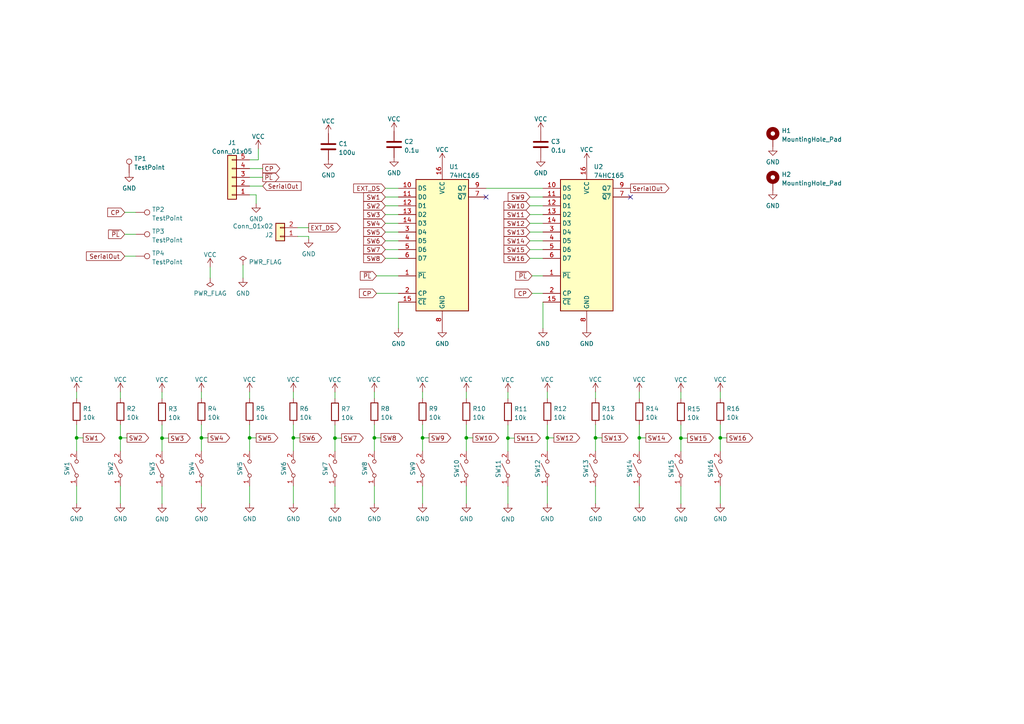
<source format=kicad_sch>
(kicad_sch (version 20211123) (generator eeschema)

  (uuid f0fa87ca-feca-4ec0-805c-d9e2a3b044b7)

  (paper "A4")

  (title_block
    (title "16-buttons-san")
    (date "2022-07-10")
    (rev "1")
    (company "Kinoshita Laboratory")
  )

  (lib_symbols
    (symbol "74xx:74HC165" (in_bom yes) (on_board yes)
      (property "Reference" "U" (id 0) (at -7.62 19.05 0)
        (effects (font (size 1.27 1.27)))
      )
      (property "Value" "74HC165" (id 1) (at -7.62 -21.59 0)
        (effects (font (size 1.27 1.27)))
      )
      (property "Footprint" "" (id 2) (at 0 0 0)
        (effects (font (size 1.27 1.27)) hide)
      )
      (property "Datasheet" "https://assets.nexperia.com/documents/data-sheet/74HC_HCT165.pdf" (id 3) (at 0 0 0)
        (effects (font (size 1.27 1.27)) hide)
      )
      (property "ki_keywords" "8 bit shift register parallel load cmos" (id 4) (at 0 0 0)
        (effects (font (size 1.27 1.27)) hide)
      )
      (property "ki_description" "Shift Register, 8-bit, Parallel Load" (id 5) (at 0 0 0)
        (effects (font (size 1.27 1.27)) hide)
      )
      (property "ki_fp_filters" "DIP?16* SO*16*3.9x9.9mm*P1.27mm* SSOP*16*5.3x6.2mm*P0.65mm* TSSOP*16*4.4x5mm*P0.65*" (id 6) (at 0 0 0)
        (effects (font (size 1.27 1.27)) hide)
      )
      (symbol "74HC165_1_0"
        (pin input line (at -12.7 -10.16 0) (length 5.08)
          (name "~{PL}" (effects (font (size 1.27 1.27))))
          (number "1" (effects (font (size 1.27 1.27))))
        )
        (pin input line (at -12.7 15.24 0) (length 5.08)
          (name "DS" (effects (font (size 1.27 1.27))))
          (number "10" (effects (font (size 1.27 1.27))))
        )
        (pin input line (at -12.7 12.7 0) (length 5.08)
          (name "D0" (effects (font (size 1.27 1.27))))
          (number "11" (effects (font (size 1.27 1.27))))
        )
        (pin input line (at -12.7 10.16 0) (length 5.08)
          (name "D1" (effects (font (size 1.27 1.27))))
          (number "12" (effects (font (size 1.27 1.27))))
        )
        (pin input line (at -12.7 7.62 0) (length 5.08)
          (name "D2" (effects (font (size 1.27 1.27))))
          (number "13" (effects (font (size 1.27 1.27))))
        )
        (pin input line (at -12.7 5.08 0) (length 5.08)
          (name "D3" (effects (font (size 1.27 1.27))))
          (number "14" (effects (font (size 1.27 1.27))))
        )
        (pin input line (at -12.7 -17.78 0) (length 5.08)
          (name "~{CE}" (effects (font (size 1.27 1.27))))
          (number "15" (effects (font (size 1.27 1.27))))
        )
        (pin power_in line (at 0 22.86 270) (length 5.08)
          (name "VCC" (effects (font (size 1.27 1.27))))
          (number "16" (effects (font (size 1.27 1.27))))
        )
        (pin input line (at -12.7 -15.24 0) (length 5.08)
          (name "CP" (effects (font (size 1.27 1.27))))
          (number "2" (effects (font (size 1.27 1.27))))
        )
        (pin input line (at -12.7 2.54 0) (length 5.08)
          (name "D4" (effects (font (size 1.27 1.27))))
          (number "3" (effects (font (size 1.27 1.27))))
        )
        (pin input line (at -12.7 0 0) (length 5.08)
          (name "D5" (effects (font (size 1.27 1.27))))
          (number "4" (effects (font (size 1.27 1.27))))
        )
        (pin input line (at -12.7 -2.54 0) (length 5.08)
          (name "D6" (effects (font (size 1.27 1.27))))
          (number "5" (effects (font (size 1.27 1.27))))
        )
        (pin input line (at -12.7 -5.08 0) (length 5.08)
          (name "D7" (effects (font (size 1.27 1.27))))
          (number "6" (effects (font (size 1.27 1.27))))
        )
        (pin output line (at 12.7 12.7 180) (length 5.08)
          (name "~{Q7}" (effects (font (size 1.27 1.27))))
          (number "7" (effects (font (size 1.27 1.27))))
        )
        (pin power_in line (at 0 -25.4 90) (length 5.08)
          (name "GND" (effects (font (size 1.27 1.27))))
          (number "8" (effects (font (size 1.27 1.27))))
        )
        (pin output line (at 12.7 15.24 180) (length 5.08)
          (name "Q7" (effects (font (size 1.27 1.27))))
          (number "9" (effects (font (size 1.27 1.27))))
        )
      )
      (symbol "74HC165_1_1"
        (rectangle (start -7.62 17.78) (end 7.62 -20.32)
          (stroke (width 0.254) (type default) (color 0 0 0 0))
          (fill (type background))
        )
      )
    )
    (symbol "Connector:TestPoint" (pin_numbers hide) (pin_names (offset 0.762) hide) (in_bom yes) (on_board yes)
      (property "Reference" "TP" (id 0) (at 0 6.858 0)
        (effects (font (size 1.27 1.27)))
      )
      (property "Value" "TestPoint" (id 1) (at 0 5.08 0)
        (effects (font (size 1.27 1.27)))
      )
      (property "Footprint" "" (id 2) (at 5.08 0 0)
        (effects (font (size 1.27 1.27)) hide)
      )
      (property "Datasheet" "~" (id 3) (at 5.08 0 0)
        (effects (font (size 1.27 1.27)) hide)
      )
      (property "ki_keywords" "test point tp" (id 4) (at 0 0 0)
        (effects (font (size 1.27 1.27)) hide)
      )
      (property "ki_description" "test point" (id 5) (at 0 0 0)
        (effects (font (size 1.27 1.27)) hide)
      )
      (property "ki_fp_filters" "Pin* Test*" (id 6) (at 0 0 0)
        (effects (font (size 1.27 1.27)) hide)
      )
      (symbol "TestPoint_0_1"
        (circle (center 0 3.302) (radius 0.762)
          (stroke (width 0) (type default) (color 0 0 0 0))
          (fill (type none))
        )
      )
      (symbol "TestPoint_1_1"
        (pin passive line (at 0 0 90) (length 2.54)
          (name "1" (effects (font (size 1.27 1.27))))
          (number "1" (effects (font (size 1.27 1.27))))
        )
      )
    )
    (symbol "Connector_Generic:Conn_01x02" (pin_names (offset 1.016) hide) (in_bom yes) (on_board yes)
      (property "Reference" "J" (id 0) (at 0 2.54 0)
        (effects (font (size 1.27 1.27)))
      )
      (property "Value" "Conn_01x02" (id 1) (at 0 -5.08 0)
        (effects (font (size 1.27 1.27)))
      )
      (property "Footprint" "" (id 2) (at 0 0 0)
        (effects (font (size 1.27 1.27)) hide)
      )
      (property "Datasheet" "~" (id 3) (at 0 0 0)
        (effects (font (size 1.27 1.27)) hide)
      )
      (property "ki_keywords" "connector" (id 4) (at 0 0 0)
        (effects (font (size 1.27 1.27)) hide)
      )
      (property "ki_description" "Generic connector, single row, 01x02, script generated (kicad-library-utils/schlib/autogen/connector/)" (id 5) (at 0 0 0)
        (effects (font (size 1.27 1.27)) hide)
      )
      (property "ki_fp_filters" "Connector*:*_1x??_*" (id 6) (at 0 0 0)
        (effects (font (size 1.27 1.27)) hide)
      )
      (symbol "Conn_01x02_1_1"
        (rectangle (start -1.27 -2.413) (end 0 -2.667)
          (stroke (width 0.1524) (type default) (color 0 0 0 0))
          (fill (type none))
        )
        (rectangle (start -1.27 0.127) (end 0 -0.127)
          (stroke (width 0.1524) (type default) (color 0 0 0 0))
          (fill (type none))
        )
        (rectangle (start -1.27 1.27) (end 1.27 -3.81)
          (stroke (width 0.254) (type default) (color 0 0 0 0))
          (fill (type background))
        )
        (pin passive line (at -5.08 0 0) (length 3.81)
          (name "Pin_1" (effects (font (size 1.27 1.27))))
          (number "1" (effects (font (size 1.27 1.27))))
        )
        (pin passive line (at -5.08 -2.54 0) (length 3.81)
          (name "Pin_2" (effects (font (size 1.27 1.27))))
          (number "2" (effects (font (size 1.27 1.27))))
        )
      )
    )
    (symbol "Connector_Generic:Conn_01x05" (pin_names (offset 1.016) hide) (in_bom yes) (on_board yes)
      (property "Reference" "J" (id 0) (at 0 7.62 0)
        (effects (font (size 1.27 1.27)))
      )
      (property "Value" "Conn_01x05" (id 1) (at 0 -7.62 0)
        (effects (font (size 1.27 1.27)))
      )
      (property "Footprint" "" (id 2) (at 0 0 0)
        (effects (font (size 1.27 1.27)) hide)
      )
      (property "Datasheet" "~" (id 3) (at 0 0 0)
        (effects (font (size 1.27 1.27)) hide)
      )
      (property "ki_keywords" "connector" (id 4) (at 0 0 0)
        (effects (font (size 1.27 1.27)) hide)
      )
      (property "ki_description" "Generic connector, single row, 01x05, script generated (kicad-library-utils/schlib/autogen/connector/)" (id 5) (at 0 0 0)
        (effects (font (size 1.27 1.27)) hide)
      )
      (property "ki_fp_filters" "Connector*:*_1x??_*" (id 6) (at 0 0 0)
        (effects (font (size 1.27 1.27)) hide)
      )
      (symbol "Conn_01x05_1_1"
        (rectangle (start -1.27 -4.953) (end 0 -5.207)
          (stroke (width 0.1524) (type default) (color 0 0 0 0))
          (fill (type none))
        )
        (rectangle (start -1.27 -2.413) (end 0 -2.667)
          (stroke (width 0.1524) (type default) (color 0 0 0 0))
          (fill (type none))
        )
        (rectangle (start -1.27 0.127) (end 0 -0.127)
          (stroke (width 0.1524) (type default) (color 0 0 0 0))
          (fill (type none))
        )
        (rectangle (start -1.27 2.667) (end 0 2.413)
          (stroke (width 0.1524) (type default) (color 0 0 0 0))
          (fill (type none))
        )
        (rectangle (start -1.27 5.207) (end 0 4.953)
          (stroke (width 0.1524) (type default) (color 0 0 0 0))
          (fill (type none))
        )
        (rectangle (start -1.27 6.35) (end 1.27 -6.35)
          (stroke (width 0.254) (type default) (color 0 0 0 0))
          (fill (type background))
        )
        (pin passive line (at -5.08 5.08 0) (length 3.81)
          (name "Pin_1" (effects (font (size 1.27 1.27))))
          (number "1" (effects (font (size 1.27 1.27))))
        )
        (pin passive line (at -5.08 2.54 0) (length 3.81)
          (name "Pin_2" (effects (font (size 1.27 1.27))))
          (number "2" (effects (font (size 1.27 1.27))))
        )
        (pin passive line (at -5.08 0 0) (length 3.81)
          (name "Pin_3" (effects (font (size 1.27 1.27))))
          (number "3" (effects (font (size 1.27 1.27))))
        )
        (pin passive line (at -5.08 -2.54 0) (length 3.81)
          (name "Pin_4" (effects (font (size 1.27 1.27))))
          (number "4" (effects (font (size 1.27 1.27))))
        )
        (pin passive line (at -5.08 -5.08 0) (length 3.81)
          (name "Pin_5" (effects (font (size 1.27 1.27))))
          (number "5" (effects (font (size 1.27 1.27))))
        )
      )
    )
    (symbol "Device:C" (pin_numbers hide) (pin_names (offset 0.254)) (in_bom yes) (on_board yes)
      (property "Reference" "C" (id 0) (at 0.635 2.54 0)
        (effects (font (size 1.27 1.27)) (justify left))
      )
      (property "Value" "C" (id 1) (at 0.635 -2.54 0)
        (effects (font (size 1.27 1.27)) (justify left))
      )
      (property "Footprint" "" (id 2) (at 0.9652 -3.81 0)
        (effects (font (size 1.27 1.27)) hide)
      )
      (property "Datasheet" "~" (id 3) (at 0 0 0)
        (effects (font (size 1.27 1.27)) hide)
      )
      (property "ki_keywords" "cap capacitor" (id 4) (at 0 0 0)
        (effects (font (size 1.27 1.27)) hide)
      )
      (property "ki_description" "Unpolarized capacitor" (id 5) (at 0 0 0)
        (effects (font (size 1.27 1.27)) hide)
      )
      (property "ki_fp_filters" "C_*" (id 6) (at 0 0 0)
        (effects (font (size 1.27 1.27)) hide)
      )
      (symbol "C_0_1"
        (polyline
          (pts
            (xy -2.032 -0.762)
            (xy 2.032 -0.762)
          )
          (stroke (width 0.508) (type default) (color 0 0 0 0))
          (fill (type none))
        )
        (polyline
          (pts
            (xy -2.032 0.762)
            (xy 2.032 0.762)
          )
          (stroke (width 0.508) (type default) (color 0 0 0 0))
          (fill (type none))
        )
      )
      (symbol "C_1_1"
        (pin passive line (at 0 3.81 270) (length 2.794)
          (name "~" (effects (font (size 1.27 1.27))))
          (number "1" (effects (font (size 1.27 1.27))))
        )
        (pin passive line (at 0 -3.81 90) (length 2.794)
          (name "~" (effects (font (size 1.27 1.27))))
          (number "2" (effects (font (size 1.27 1.27))))
        )
      )
    )
    (symbol "Device:R" (pin_numbers hide) (pin_names (offset 0)) (in_bom yes) (on_board yes)
      (property "Reference" "R" (id 0) (at 2.032 0 90)
        (effects (font (size 1.27 1.27)))
      )
      (property "Value" "R" (id 1) (at 0 0 90)
        (effects (font (size 1.27 1.27)))
      )
      (property "Footprint" "" (id 2) (at -1.778 0 90)
        (effects (font (size 1.27 1.27)) hide)
      )
      (property "Datasheet" "~" (id 3) (at 0 0 0)
        (effects (font (size 1.27 1.27)) hide)
      )
      (property "ki_keywords" "R res resistor" (id 4) (at 0 0 0)
        (effects (font (size 1.27 1.27)) hide)
      )
      (property "ki_description" "Resistor" (id 5) (at 0 0 0)
        (effects (font (size 1.27 1.27)) hide)
      )
      (property "ki_fp_filters" "R_*" (id 6) (at 0 0 0)
        (effects (font (size 1.27 1.27)) hide)
      )
      (symbol "R_0_1"
        (rectangle (start -1.016 -2.54) (end 1.016 2.54)
          (stroke (width 0.254) (type default) (color 0 0 0 0))
          (fill (type none))
        )
      )
      (symbol "R_1_1"
        (pin passive line (at 0 3.81 270) (length 1.27)
          (name "~" (effects (font (size 1.27 1.27))))
          (number "1" (effects (font (size 1.27 1.27))))
        )
        (pin passive line (at 0 -3.81 90) (length 1.27)
          (name "~" (effects (font (size 1.27 1.27))))
          (number "2" (effects (font (size 1.27 1.27))))
        )
      )
    )
    (symbol "Mechanical:MountingHole_Pad" (pin_numbers hide) (pin_names (offset 1.016) hide) (in_bom yes) (on_board yes)
      (property "Reference" "H" (id 0) (at 0 6.35 0)
        (effects (font (size 1.27 1.27)))
      )
      (property "Value" "MountingHole_Pad" (id 1) (at 0 4.445 0)
        (effects (font (size 1.27 1.27)))
      )
      (property "Footprint" "" (id 2) (at 0 0 0)
        (effects (font (size 1.27 1.27)) hide)
      )
      (property "Datasheet" "~" (id 3) (at 0 0 0)
        (effects (font (size 1.27 1.27)) hide)
      )
      (property "ki_keywords" "mounting hole" (id 4) (at 0 0 0)
        (effects (font (size 1.27 1.27)) hide)
      )
      (property "ki_description" "Mounting Hole with connection" (id 5) (at 0 0 0)
        (effects (font (size 1.27 1.27)) hide)
      )
      (property "ki_fp_filters" "MountingHole*Pad*" (id 6) (at 0 0 0)
        (effects (font (size 1.27 1.27)) hide)
      )
      (symbol "MountingHole_Pad_0_1"
        (circle (center 0 1.27) (radius 1.27)
          (stroke (width 1.27) (type default) (color 0 0 0 0))
          (fill (type none))
        )
      )
      (symbol "MountingHole_Pad_1_1"
        (pin input line (at 0 -2.54 90) (length 2.54)
          (name "1" (effects (font (size 1.27 1.27))))
          (number "1" (effects (font (size 1.27 1.27))))
        )
      )
    )
    (symbol "Switch:SW_SPST" (pin_names (offset 0) hide) (in_bom yes) (on_board yes)
      (property "Reference" "SW" (id 0) (at 0 3.175 0)
        (effects (font (size 1.27 1.27)))
      )
      (property "Value" "SW_SPST" (id 1) (at 0 -2.54 0)
        (effects (font (size 1.27 1.27)))
      )
      (property "Footprint" "" (id 2) (at 0 0 0)
        (effects (font (size 1.27 1.27)) hide)
      )
      (property "Datasheet" "~" (id 3) (at 0 0 0)
        (effects (font (size 1.27 1.27)) hide)
      )
      (property "ki_keywords" "switch lever" (id 4) (at 0 0 0)
        (effects (font (size 1.27 1.27)) hide)
      )
      (property "ki_description" "Single Pole Single Throw (SPST) switch" (id 5) (at 0 0 0)
        (effects (font (size 1.27 1.27)) hide)
      )
      (symbol "SW_SPST_0_0"
        (circle (center -2.032 0) (radius 0.508)
          (stroke (width 0) (type default) (color 0 0 0 0))
          (fill (type none))
        )
        (polyline
          (pts
            (xy -1.524 0.254)
            (xy 1.524 1.778)
          )
          (stroke (width 0) (type default) (color 0 0 0 0))
          (fill (type none))
        )
        (circle (center 2.032 0) (radius 0.508)
          (stroke (width 0) (type default) (color 0 0 0 0))
          (fill (type none))
        )
      )
      (symbol "SW_SPST_1_1"
        (pin passive line (at -5.08 0 0) (length 2.54)
          (name "A" (effects (font (size 1.27 1.27))))
          (number "1" (effects (font (size 1.27 1.27))))
        )
        (pin passive line (at 5.08 0 180) (length 2.54)
          (name "B" (effects (font (size 1.27 1.27))))
          (number "2" (effects (font (size 1.27 1.27))))
        )
      )
    )
    (symbol "power:GND" (power) (pin_names (offset 0)) (in_bom yes) (on_board yes)
      (property "Reference" "#PWR" (id 0) (at 0 -6.35 0)
        (effects (font (size 1.27 1.27)) hide)
      )
      (property "Value" "GND" (id 1) (at 0 -3.81 0)
        (effects (font (size 1.27 1.27)))
      )
      (property "Footprint" "" (id 2) (at 0 0 0)
        (effects (font (size 1.27 1.27)) hide)
      )
      (property "Datasheet" "" (id 3) (at 0 0 0)
        (effects (font (size 1.27 1.27)) hide)
      )
      (property "ki_keywords" "power-flag" (id 4) (at 0 0 0)
        (effects (font (size 1.27 1.27)) hide)
      )
      (property "ki_description" "Power symbol creates a global label with name \"GND\" , ground" (id 5) (at 0 0 0)
        (effects (font (size 1.27 1.27)) hide)
      )
      (symbol "GND_0_1"
        (polyline
          (pts
            (xy 0 0)
            (xy 0 -1.27)
            (xy 1.27 -1.27)
            (xy 0 -2.54)
            (xy -1.27 -1.27)
            (xy 0 -1.27)
          )
          (stroke (width 0) (type default) (color 0 0 0 0))
          (fill (type none))
        )
      )
      (symbol "GND_1_1"
        (pin power_in line (at 0 0 270) (length 0) hide
          (name "GND" (effects (font (size 1.27 1.27))))
          (number "1" (effects (font (size 1.27 1.27))))
        )
      )
    )
    (symbol "power:PWR_FLAG" (power) (pin_numbers hide) (pin_names (offset 0) hide) (in_bom yes) (on_board yes)
      (property "Reference" "#FLG" (id 0) (at 0 1.905 0)
        (effects (font (size 1.27 1.27)) hide)
      )
      (property "Value" "PWR_FLAG" (id 1) (at 0 3.81 0)
        (effects (font (size 1.27 1.27)))
      )
      (property "Footprint" "" (id 2) (at 0 0 0)
        (effects (font (size 1.27 1.27)) hide)
      )
      (property "Datasheet" "~" (id 3) (at 0 0 0)
        (effects (font (size 1.27 1.27)) hide)
      )
      (property "ki_keywords" "power-flag" (id 4) (at 0 0 0)
        (effects (font (size 1.27 1.27)) hide)
      )
      (property "ki_description" "Special symbol for telling ERC where power comes from" (id 5) (at 0 0 0)
        (effects (font (size 1.27 1.27)) hide)
      )
      (symbol "PWR_FLAG_0_0"
        (pin power_out line (at 0 0 90) (length 0)
          (name "pwr" (effects (font (size 1.27 1.27))))
          (number "1" (effects (font (size 1.27 1.27))))
        )
      )
      (symbol "PWR_FLAG_0_1"
        (polyline
          (pts
            (xy 0 0)
            (xy 0 1.27)
            (xy -1.016 1.905)
            (xy 0 2.54)
            (xy 1.016 1.905)
            (xy 0 1.27)
          )
          (stroke (width 0) (type default) (color 0 0 0 0))
          (fill (type none))
        )
      )
    )
    (symbol "power:VCC" (power) (pin_names (offset 0)) (in_bom yes) (on_board yes)
      (property "Reference" "#PWR" (id 0) (at 0 -3.81 0)
        (effects (font (size 1.27 1.27)) hide)
      )
      (property "Value" "VCC" (id 1) (at 0 3.81 0)
        (effects (font (size 1.27 1.27)))
      )
      (property "Footprint" "" (id 2) (at 0 0 0)
        (effects (font (size 1.27 1.27)) hide)
      )
      (property "Datasheet" "" (id 3) (at 0 0 0)
        (effects (font (size 1.27 1.27)) hide)
      )
      (property "ki_keywords" "power-flag" (id 4) (at 0 0 0)
        (effects (font (size 1.27 1.27)) hide)
      )
      (property "ki_description" "Power symbol creates a global label with name \"VCC\"" (id 5) (at 0 0 0)
        (effects (font (size 1.27 1.27)) hide)
      )
      (symbol "VCC_0_1"
        (polyline
          (pts
            (xy -0.762 1.27)
            (xy 0 2.54)
          )
          (stroke (width 0) (type default) (color 0 0 0 0))
          (fill (type none))
        )
        (polyline
          (pts
            (xy 0 0)
            (xy 0 2.54)
          )
          (stroke (width 0) (type default) (color 0 0 0 0))
          (fill (type none))
        )
        (polyline
          (pts
            (xy 0 2.54)
            (xy 0.762 1.27)
          )
          (stroke (width 0) (type default) (color 0 0 0 0))
          (fill (type none))
        )
      )
      (symbol "VCC_1_1"
        (pin power_in line (at 0 0 90) (length 0) hide
          (name "VCC" (effects (font (size 1.27 1.27))))
          (number "1" (effects (font (size 1.27 1.27))))
        )
      )
    )
  )

  (junction (at 108.585 127) (diameter 0) (color 0 0 0 0)
    (uuid 07aba1f2-6905-4461-8822-f0932a2705e7)
  )
  (junction (at 172.72 127) (diameter 0) (color 0 0 0 0)
    (uuid 107f22fa-e1ca-4687-beec-42d97031dd3b)
  )
  (junction (at 34.925 127) (diameter 0) (color 0 0 0 0)
    (uuid 2d53b723-6f7b-4a6a-8632-860ac3f9f023)
  )
  (junction (at 58.42 127) (diameter 0) (color 0 0 0 0)
    (uuid 30311176-2d28-4234-93cc-9162116df995)
  )
  (junction (at 97.155 127.0715) (diameter 0) (color 0 0 0 0)
    (uuid 5d9537ee-f130-4a57-804f-db9092801d55)
  )
  (junction (at 22.225 127) (diameter 0) (color 0 0 0 0)
    (uuid 688c1f16-fd32-4a4a-aabe-023ae4c26a31)
  )
  (junction (at 135.255 127) (diameter 0) (color 0 0 0 0)
    (uuid 6bba9fbe-ac9b-4176-a251-004b5b378790)
  )
  (junction (at 72.39 127) (diameter 0) (color 0 0 0 0)
    (uuid 6ea92488-e2c1-487d-a48b-f8ecaac9f4bb)
  )
  (junction (at 122.555 127) (diameter 0) (color 0 0 0 0)
    (uuid 7a08e477-9a1c-4ed9-977a-7ec9d1d19b98)
  )
  (junction (at 158.75 127) (diameter 0) (color 0 0 0 0)
    (uuid 80b1263f-f0e3-4715-806e-24a2351cc95d)
  )
  (junction (at 46.99 127.0715) (diameter 0) (color 0 0 0 0)
    (uuid 9eb1e360-c80b-46b8-8258-1fbffac51d07)
  )
  (junction (at 147.32 127.0715) (diameter 0) (color 0 0 0 0)
    (uuid bb2e8de4-473f-4aac-ad50-395862d896fe)
  )
  (junction (at 85.09 127) (diameter 0) (color 0 0 0 0)
    (uuid d7a3a62b-3afa-46b3-b7a2-27206edbe013)
  )
  (junction (at 185.42 127) (diameter 0) (color 0 0 0 0)
    (uuid da6de4b3-fe84-45d1-8303-4b9628540631)
  )
  (junction (at 208.915 127) (diameter 0) (color 0 0 0 0)
    (uuid f0162c72-326e-45e5-b874-1f9238e94b5a)
  )
  (junction (at 197.485 127.0715) (diameter 0) (color 0 0 0 0)
    (uuid fa3ac823-7774-4a94-b156-09946c5c975d)
  )

  (no_connect (at 140.97 57.15) (uuid e1188e87-bf55-465d-a01c-74d54950d269))
  (no_connect (at 182.88 57.15) (uuid e1188e87-bf55-465d-a01c-74d54950d26a))

  (wire (pts (xy 85.09 127) (xy 85.09 130.81))
    (stroke (width 0) (type default) (color 0 0 0 0))
    (uuid 005a4cd4-063e-4dd8-b702-fe653cfb6ab0)
  )
  (wire (pts (xy 147.32 141.0415) (xy 147.32 146.1215))
    (stroke (width 0) (type default) (color 0 0 0 0))
    (uuid 0079fae5-6b17-4212-9cb1-7688f7e58112)
  )
  (wire (pts (xy 46.99 113.7365) (xy 46.99 115.6415))
    (stroke (width 0) (type default) (color 0 0 0 0))
    (uuid 02c9bc2e-efba-4bd9-9bb8-03d40c8e4bb8)
  )
  (wire (pts (xy 185.42 140.97) (xy 185.42 146.05))
    (stroke (width 0) (type default) (color 0 0 0 0))
    (uuid 04452b09-82c4-4f0d-9f78-f78a07808761)
  )
  (wire (pts (xy 46.99 127.0715) (xy 46.99 130.8815))
    (stroke (width 0) (type default) (color 0 0 0 0))
    (uuid 05a85762-8bb0-463b-8fce-0fb916edbdfe)
  )
  (wire (pts (xy 172.72 127) (xy 174.625 127))
    (stroke (width 0) (type default) (color 0 0 0 0))
    (uuid 073238de-95e3-4ce6-bb26-49dd7d9545ee)
  )
  (wire (pts (xy 46.99 127.0715) (xy 48.895 127.0715))
    (stroke (width 0) (type default) (color 0 0 0 0))
    (uuid 0762e141-40a1-4bb4-b593-2093c1024097)
  )
  (wire (pts (xy 111.76 67.31) (xy 115.57 67.31))
    (stroke (width 0) (type default) (color 0 0 0 0))
    (uuid 0b871f53-c1ff-410e-b76c-da6d2bba4cf1)
  )
  (wire (pts (xy 111.76 72.39) (xy 115.57 72.39))
    (stroke (width 0) (type default) (color 0 0 0 0))
    (uuid 0bbf2469-66b7-4d8c-a0ac-e6ac679075cd)
  )
  (wire (pts (xy 89.535 68.58) (xy 89.535 69.215))
    (stroke (width 0) (type default) (color 0 0 0 0))
    (uuid 14da8267-a69f-42b7-b857-16900813428e)
  )
  (wire (pts (xy 34.925 123.19) (xy 34.925 127))
    (stroke (width 0) (type default) (color 0 0 0 0))
    (uuid 1575d1ca-cda9-4c68-94df-262dd6752828)
  )
  (wire (pts (xy 122.555 140.97) (xy 122.555 146.05))
    (stroke (width 0) (type default) (color 0 0 0 0))
    (uuid 19186942-d0af-4be4-afab-24836b1b7ac0)
  )
  (wire (pts (xy 22.225 140.97) (xy 22.225 146.05))
    (stroke (width 0) (type default) (color 0 0 0 0))
    (uuid 1be0a937-150f-4d9e-af5e-6d8d53279e90)
  )
  (wire (pts (xy 158.75 140.97) (xy 158.75 146.05))
    (stroke (width 0) (type default) (color 0 0 0 0))
    (uuid 21c9c18e-2bbb-472e-b588-f89c0bb1c173)
  )
  (wire (pts (xy 153.67 59.69) (xy 157.48 59.69))
    (stroke (width 0) (type default) (color 0 0 0 0))
    (uuid 232e1ca1-5c7d-4ed0-a1ab-287589e1b0a1)
  )
  (wire (pts (xy 185.42 127) (xy 187.325 127))
    (stroke (width 0) (type default) (color 0 0 0 0))
    (uuid 23984fa2-ef19-4fad-8726-add7244245a4)
  )
  (wire (pts (xy 70.485 76.835) (xy 70.485 80.645))
    (stroke (width 0) (type default) (color 0 0 0 0))
    (uuid 2a32e3fc-b48b-4978-b5af-11a3053262c4)
  )
  (wire (pts (xy 122.555 127) (xy 122.555 130.81))
    (stroke (width 0) (type default) (color 0 0 0 0))
    (uuid 2c1eda21-e965-4ffa-9774-ccca16005122)
  )
  (wire (pts (xy 97.155 127.0715) (xy 99.06 127.0715))
    (stroke (width 0) (type default) (color 0 0 0 0))
    (uuid 2d0f019c-ec28-4de2-83d5-e5bdca120a52)
  )
  (wire (pts (xy 34.925 140.97) (xy 34.925 146.05))
    (stroke (width 0) (type default) (color 0 0 0 0))
    (uuid 303ee2bc-31f9-45e4-8baa-c80b61fd01b0)
  )
  (wire (pts (xy 72.39 140.97) (xy 72.39 146.05))
    (stroke (width 0) (type default) (color 0 0 0 0))
    (uuid 30ba90c0-3a6d-479a-b385-0d838595ad80)
  )
  (wire (pts (xy 154.305 80.01) (xy 157.48 80.01))
    (stroke (width 0) (type default) (color 0 0 0 0))
    (uuid 30d7d963-43dc-4ac3-b117-a7070a732ce8)
  )
  (wire (pts (xy 153.67 72.39) (xy 157.48 72.39))
    (stroke (width 0) (type default) (color 0 0 0 0))
    (uuid 311983c5-ecd5-4e4d-8e36-b1fd06ab1e8e)
  )
  (wire (pts (xy 85.09 140.97) (xy 85.09 146.05))
    (stroke (width 0) (type default) (color 0 0 0 0))
    (uuid 3126b259-3ad3-4799-b41c-7ba818873a01)
  )
  (wire (pts (xy 36.195 67.945) (xy 39.37 67.945))
    (stroke (width 0) (type default) (color 0 0 0 0))
    (uuid 32d44f20-ecab-41db-afd0-b91e98de5dc4)
  )
  (wire (pts (xy 135.255 127) (xy 137.16 127))
    (stroke (width 0) (type default) (color 0 0 0 0))
    (uuid 358ce048-5c68-4384-b31f-ae62969efec0)
  )
  (wire (pts (xy 60.96 77.47) (xy 60.96 80.645))
    (stroke (width 0) (type default) (color 0 0 0 0))
    (uuid 3598972d-bc09-4389-bcde-6dc6292fd946)
  )
  (wire (pts (xy 122.555 127) (xy 124.46 127))
    (stroke (width 0) (type default) (color 0 0 0 0))
    (uuid 35e74911-de48-4f81-8dd3-8d04371a5243)
  )
  (wire (pts (xy 58.42 113.665) (xy 58.42 115.57))
    (stroke (width 0) (type default) (color 0 0 0 0))
    (uuid 370c8d60-4b73-454d-8146-ecf7ca6c2e05)
  )
  (wire (pts (xy 115.57 87.63) (xy 115.57 95.25))
    (stroke (width 0) (type default) (color 0 0 0 0))
    (uuid 37762a0f-b1a6-4b00-9f9d-eb6e56c6c52c)
  )
  (wire (pts (xy 208.915 127) (xy 208.915 130.81))
    (stroke (width 0) (type default) (color 0 0 0 0))
    (uuid 3880fde3-7166-4431-9308-32435b631faa)
  )
  (wire (pts (xy 85.09 127) (xy 86.995 127))
    (stroke (width 0) (type default) (color 0 0 0 0))
    (uuid 3894d02d-d3b8-4b7e-812c-b1c1ab77e079)
  )
  (wire (pts (xy 153.67 64.77) (xy 157.48 64.77))
    (stroke (width 0) (type default) (color 0 0 0 0))
    (uuid 3a7ce98a-e78f-4dd8-a159-08b69b6f57c4)
  )
  (wire (pts (xy 153.67 67.31) (xy 157.48 67.31))
    (stroke (width 0) (type default) (color 0 0 0 0))
    (uuid 3af569ea-02f5-4f7e-9b46-9f8a967ee6f0)
  )
  (wire (pts (xy 197.485 123.2615) (xy 197.485 127.0715))
    (stroke (width 0) (type default) (color 0 0 0 0))
    (uuid 3b8a0a62-69e3-40db-bb6d-68a38cbf70b0)
  )
  (wire (pts (xy 197.485 141.0415) (xy 197.485 146.1215))
    (stroke (width 0) (type default) (color 0 0 0 0))
    (uuid 3c4db9a5-a177-4fcb-8a63-09fc8a7e353c)
  )
  (wire (pts (xy 58.42 123.19) (xy 58.42 127))
    (stroke (width 0) (type default) (color 0 0 0 0))
    (uuid 3d49bbfa-1d28-437b-ae30-71bbf9e74548)
  )
  (wire (pts (xy 109.22 80.01) (xy 115.57 80.01))
    (stroke (width 0) (type default) (color 0 0 0 0))
    (uuid 40fc3904-f09d-4bf6-8c29-04732b29cf8b)
  )
  (wire (pts (xy 34.925 113.665) (xy 34.925 115.57))
    (stroke (width 0) (type default) (color 0 0 0 0))
    (uuid 42532e1b-17d6-484c-91cb-34201c0c7ab6)
  )
  (wire (pts (xy 172.72 123.19) (xy 172.72 127))
    (stroke (width 0) (type default) (color 0 0 0 0))
    (uuid 437214a5-6976-4e8a-8e4d-79052b0c9b94)
  )
  (wire (pts (xy 135.255 127) (xy 135.255 130.81))
    (stroke (width 0) (type default) (color 0 0 0 0))
    (uuid 4387f712-3733-4804-bd5d-8335aeb62d0a)
  )
  (wire (pts (xy 109.22 85.09) (xy 115.57 85.09))
    (stroke (width 0) (type default) (color 0 0 0 0))
    (uuid 43d4c4f7-b689-4780-90ba-797a593b20e6)
  )
  (wire (pts (xy 97.155 123.2615) (xy 97.155 127.0715))
    (stroke (width 0) (type default) (color 0 0 0 0))
    (uuid 46138b66-c383-4d62-95a1-4271937ef9f6)
  )
  (wire (pts (xy 158.75 123.19) (xy 158.75 127))
    (stroke (width 0) (type default) (color 0 0 0 0))
    (uuid 468b4d1a-5d99-485b-afaf-fd94602503ea)
  )
  (wire (pts (xy 208.915 113.665) (xy 208.915 115.57))
    (stroke (width 0) (type default) (color 0 0 0 0))
    (uuid 4e3ab9f2-abf0-4e80-8774-3ad06b0cc218)
  )
  (wire (pts (xy 147.32 127.0715) (xy 147.32 130.8815))
    (stroke (width 0) (type default) (color 0 0 0 0))
    (uuid 51ed927b-e8de-478c-a20f-ae9ed8e73ef1)
  )
  (wire (pts (xy 58.42 140.97) (xy 58.42 146.05))
    (stroke (width 0) (type default) (color 0 0 0 0))
    (uuid 5ce1f63e-703d-4db1-b8d9-dd8c6203e3fb)
  )
  (wire (pts (xy 153.67 62.23) (xy 157.48 62.23))
    (stroke (width 0) (type default) (color 0 0 0 0))
    (uuid 5e8e8a41-a375-44a1-bc13-a6be23596403)
  )
  (wire (pts (xy 58.42 127) (xy 58.42 130.81))
    (stroke (width 0) (type default) (color 0 0 0 0))
    (uuid 633d0526-c742-4f9e-9cb9-8e65c864f3c2)
  )
  (wire (pts (xy 111.76 62.23) (xy 115.57 62.23))
    (stroke (width 0) (type default) (color 0 0 0 0))
    (uuid 65f9812e-3bd4-47c1-802d-a537ccc47791)
  )
  (wire (pts (xy 185.42 113.665) (xy 185.42 115.57))
    (stroke (width 0) (type default) (color 0 0 0 0))
    (uuid 674ad913-71bd-45ee-8dcb-c9b1bef3f2d8)
  )
  (wire (pts (xy 89.535 68.58) (xy 86.36 68.58))
    (stroke (width 0) (type default) (color 0 0 0 0))
    (uuid 67856ae9-f116-4cc5-85a6-9821ed3143d1)
  )
  (wire (pts (xy 22.225 113.665) (xy 22.225 115.57))
    (stroke (width 0) (type default) (color 0 0 0 0))
    (uuid 6bc9fa89-2df6-4f9b-997d-e8879f72a2fe)
  )
  (wire (pts (xy 158.75 113.665) (xy 158.75 115.57))
    (stroke (width 0) (type default) (color 0 0 0 0))
    (uuid 7030b3df-d418-4cf1-afa9-2bb0f2bf5bc0)
  )
  (wire (pts (xy 108.585 123.19) (xy 108.585 127))
    (stroke (width 0) (type default) (color 0 0 0 0))
    (uuid 734d1ad8-c29f-4c8c-8fb8-3fc3907f00d6)
  )
  (wire (pts (xy 72.39 113.665) (xy 72.39 115.57))
    (stroke (width 0) (type default) (color 0 0 0 0))
    (uuid 73f8dd2e-8bd2-4ae7-ad03-b8da5cc745e2)
  )
  (wire (pts (xy 197.485 127.0715) (xy 197.485 130.8815))
    (stroke (width 0) (type default) (color 0 0 0 0))
    (uuid 7843d9dd-8044-463a-a8e4-84bbb2ef2b85)
  )
  (wire (pts (xy 72.39 56.515) (xy 74.295 56.515))
    (stroke (width 0) (type default) (color 0 0 0 0))
    (uuid 7944a264-7e1b-4b98-b8e3-8c17f7b129e3)
  )
  (wire (pts (xy 85.09 123.19) (xy 85.09 127))
    (stroke (width 0) (type default) (color 0 0 0 0))
    (uuid 7c5a40bd-75de-43dc-ae46-b4456fad7e5f)
  )
  (wire (pts (xy 172.72 127) (xy 172.72 130.81))
    (stroke (width 0) (type default) (color 0 0 0 0))
    (uuid 80b17e1e-e211-482d-8d1d-97863d90ca45)
  )
  (wire (pts (xy 135.255 113.665) (xy 135.255 115.57))
    (stroke (width 0) (type default) (color 0 0 0 0))
    (uuid 82bff650-f61e-4082-a7d6-ce886c59f88c)
  )
  (wire (pts (xy 153.67 69.85) (xy 157.48 69.85))
    (stroke (width 0) (type default) (color 0 0 0 0))
    (uuid 88a1c7a4-a7b6-4e53-9552-4d5b511ba20b)
  )
  (wire (pts (xy 108.585 127) (xy 110.49 127))
    (stroke (width 0) (type default) (color 0 0 0 0))
    (uuid 89562c97-fbb3-4c38-a2ad-8f6f68efa2df)
  )
  (wire (pts (xy 208.915 123.19) (xy 208.915 127))
    (stroke (width 0) (type default) (color 0 0 0 0))
    (uuid 8aeb1362-52e2-4fed-90e9-e86c6d44866a)
  )
  (wire (pts (xy 111.76 59.69) (xy 115.57 59.69))
    (stroke (width 0) (type default) (color 0 0 0 0))
    (uuid 8b315c38-d1d8-46ca-b630-a0f0bc7401ce)
  )
  (wire (pts (xy 185.42 127) (xy 185.42 130.81))
    (stroke (width 0) (type default) (color 0 0 0 0))
    (uuid 8daec434-de48-4559-b3c3-7f97ada294a4)
  )
  (wire (pts (xy 72.39 127) (xy 74.295 127))
    (stroke (width 0) (type default) (color 0 0 0 0))
    (uuid 8f528e08-c39e-4dc1-8868-f5724e82e96c)
  )
  (wire (pts (xy 74.295 56.515) (xy 74.295 59.055))
    (stroke (width 0) (type default) (color 0 0 0 0))
    (uuid 8ff527d4-6e63-414f-8f3a-6f0df121e77a)
  )
  (wire (pts (xy 85.09 113.665) (xy 85.09 115.57))
    (stroke (width 0) (type default) (color 0 0 0 0))
    (uuid 9382153b-c44b-485b-9f5e-f35733df6743)
  )
  (wire (pts (xy 208.915 127) (xy 210.82 127))
    (stroke (width 0) (type default) (color 0 0 0 0))
    (uuid 950d063a-bc0b-4339-93ae-e5711deb97d0)
  )
  (wire (pts (xy 72.39 53.975) (xy 76.2 53.975))
    (stroke (width 0) (type default) (color 0 0 0 0))
    (uuid 95155aed-17b9-4847-937d-f5371e645cc2)
  )
  (wire (pts (xy 153.67 57.15) (xy 157.48 57.15))
    (stroke (width 0) (type default) (color 0 0 0 0))
    (uuid 96b15442-8695-44f3-ba57-d3d9005109b3)
  )
  (wire (pts (xy 108.585 113.665) (xy 108.585 115.57))
    (stroke (width 0) (type default) (color 0 0 0 0))
    (uuid 96e29857-658f-4980-b966-ea04515e4660)
  )
  (wire (pts (xy 36.195 74.295) (xy 39.37 74.295))
    (stroke (width 0) (type default) (color 0 0 0 0))
    (uuid 980f04b2-ff5e-4edb-8240-f83a0c8efa91)
  )
  (wire (pts (xy 97.155 113.7365) (xy 97.155 115.6415))
    (stroke (width 0) (type default) (color 0 0 0 0))
    (uuid 9dacaac8-eeed-411d-bb38-926c0c9d165e)
  )
  (wire (pts (xy 197.485 127.0715) (xy 199.39 127.0715))
    (stroke (width 0) (type default) (color 0 0 0 0))
    (uuid 9ededf75-544c-4dda-b73f-8e7e3fabbcce)
  )
  (wire (pts (xy 22.225 127) (xy 22.225 130.81))
    (stroke (width 0) (type default) (color 0 0 0 0))
    (uuid a05c0ce0-aa9a-4201-850c-485e31d7458f)
  )
  (wire (pts (xy 72.39 51.435) (xy 76.2 51.435))
    (stroke (width 0) (type default) (color 0 0 0 0))
    (uuid a61efad3-ad2b-4680-869c-ae0b43f0a152)
  )
  (wire (pts (xy 111.76 74.93) (xy 115.57 74.93))
    (stroke (width 0) (type default) (color 0 0 0 0))
    (uuid a698fde4-e2b6-4522-8681-42fa87a65694)
  )
  (wire (pts (xy 111.76 54.61) (xy 115.57 54.61))
    (stroke (width 0) (type default) (color 0 0 0 0))
    (uuid a8702dcd-4464-4013-a92a-e479aec2ec31)
  )
  (wire (pts (xy 74.93 43.18) (xy 74.93 46.355))
    (stroke (width 0) (type default) (color 0 0 0 0))
    (uuid ab25a891-7c99-4f89-85b2-1957b3ab5c09)
  )
  (wire (pts (xy 46.99 123.2615) (xy 46.99 127.0715))
    (stroke (width 0) (type default) (color 0 0 0 0))
    (uuid aeed1d19-8e4b-470f-bde8-4362e804a07c)
  )
  (wire (pts (xy 46.99 141.0415) (xy 46.99 146.1215))
    (stroke (width 0) (type default) (color 0 0 0 0))
    (uuid afb566e1-de96-4588-892a-983ba4f05372)
  )
  (wire (pts (xy 97.155 127.0715) (xy 97.155 130.8815))
    (stroke (width 0) (type default) (color 0 0 0 0))
    (uuid b56cbfbb-e83c-44d7-9f82-e43dad4102cd)
  )
  (wire (pts (xy 154.305 85.09) (xy 157.48 85.09))
    (stroke (width 0) (type default) (color 0 0 0 0))
    (uuid b7a0463c-3b66-44e5-ba7f-28dbac034303)
  )
  (wire (pts (xy 147.32 123.2615) (xy 147.32 127.0715))
    (stroke (width 0) (type default) (color 0 0 0 0))
    (uuid b9122af8-bd89-48d5-a910-c874b89f12b8)
  )
  (wire (pts (xy 172.72 140.97) (xy 172.72 146.05))
    (stroke (width 0) (type default) (color 0 0 0 0))
    (uuid ba3eb77f-47ba-4ff9-9f50-3431573e638f)
  )
  (wire (pts (xy 147.32 127.0715) (xy 149.225 127.0715))
    (stroke (width 0) (type default) (color 0 0 0 0))
    (uuid ba6a6065-2a00-437a-9fd8-65e538d50c22)
  )
  (wire (pts (xy 108.585 140.97) (xy 108.585 146.05))
    (stroke (width 0) (type default) (color 0 0 0 0))
    (uuid be1c28f3-5a22-4a76-b405-8f8288898447)
  )
  (wire (pts (xy 111.76 57.15) (xy 115.57 57.15))
    (stroke (width 0) (type default) (color 0 0 0 0))
    (uuid be6687e1-5d95-4fff-99d5-65f7a678643e)
  )
  (wire (pts (xy 197.485 113.7365) (xy 197.485 115.6415))
    (stroke (width 0) (type default) (color 0 0 0 0))
    (uuid bead5353-5ae0-49c3-b4e0-cab61dd8eb58)
  )
  (wire (pts (xy 147.32 113.7365) (xy 147.32 115.6415))
    (stroke (width 0) (type default) (color 0 0 0 0))
    (uuid c1a9400a-7905-432d-8a6d-68734adfb1ad)
  )
  (wire (pts (xy 108.585 127) (xy 108.585 130.81))
    (stroke (width 0) (type default) (color 0 0 0 0))
    (uuid c2f38226-350f-453f-9b9e-43f6deb86939)
  )
  (wire (pts (xy 86.36 66.04) (xy 89.535 66.04))
    (stroke (width 0) (type default) (color 0 0 0 0))
    (uuid c347afbc-6aa0-4d81-87c0-84e27cab9c40)
  )
  (wire (pts (xy 22.225 127) (xy 24.13 127))
    (stroke (width 0) (type default) (color 0 0 0 0))
    (uuid c3990398-3469-478b-93af-b0f227cdb945)
  )
  (wire (pts (xy 208.915 140.97) (xy 208.915 146.05))
    (stroke (width 0) (type default) (color 0 0 0 0))
    (uuid c76012ef-788a-4fb8-b188-3d04ee67c7b6)
  )
  (wire (pts (xy 140.97 54.61) (xy 157.48 54.61))
    (stroke (width 0) (type default) (color 0 0 0 0))
    (uuid c99865c9-3f42-44fe-a405-ad0db6389ce9)
  )
  (wire (pts (xy 185.42 123.19) (xy 185.42 127))
    (stroke (width 0) (type default) (color 0 0 0 0))
    (uuid ca582bdf-c48f-4403-af13-e7430f794060)
  )
  (wire (pts (xy 122.555 123.19) (xy 122.555 127))
    (stroke (width 0) (type default) (color 0 0 0 0))
    (uuid ccb82f65-4b44-41c7-bd36-1e39eba2af3c)
  )
  (wire (pts (xy 34.925 127) (xy 34.925 130.81))
    (stroke (width 0) (type default) (color 0 0 0 0))
    (uuid ce2727c6-a449-4422-a260-113889a333d0)
  )
  (wire (pts (xy 72.39 48.895) (xy 76.2 48.895))
    (stroke (width 0) (type default) (color 0 0 0 0))
    (uuid cfcfabe7-029d-432d-818e-86ffca95e6d9)
  )
  (wire (pts (xy 22.225 123.19) (xy 22.225 127))
    (stroke (width 0) (type default) (color 0 0 0 0))
    (uuid d386118b-8e67-40af-a861-6136d9f5b0b8)
  )
  (wire (pts (xy 135.255 123.19) (xy 135.255 127))
    (stroke (width 0) (type default) (color 0 0 0 0))
    (uuid d5ee4140-6bf0-4055-8b99-4aa6719ee4ed)
  )
  (wire (pts (xy 72.39 123.19) (xy 72.39 127))
    (stroke (width 0) (type default) (color 0 0 0 0))
    (uuid d9299909-e0a3-48d0-aadd-62bf3ec570fc)
  )
  (wire (pts (xy 34.925 127) (xy 36.83 127))
    (stroke (width 0) (type default) (color 0 0 0 0))
    (uuid d958c608-1160-4354-9874-516052114816)
  )
  (wire (pts (xy 158.75 127) (xy 160.655 127))
    (stroke (width 0) (type default) (color 0 0 0 0))
    (uuid ddf27a6d-7a04-4e08-816b-405475ae5a63)
  )
  (wire (pts (xy 36.195 61.595) (xy 39.37 61.595))
    (stroke (width 0) (type default) (color 0 0 0 0))
    (uuid deee529e-6aa8-4b1b-9e9f-649c8c6ec6b6)
  )
  (wire (pts (xy 153.67 74.93) (xy 157.48 74.93))
    (stroke (width 0) (type default) (color 0 0 0 0))
    (uuid e034e783-1a58-4cf1-9def-218949b0672f)
  )
  (wire (pts (xy 172.72 113.665) (xy 172.72 115.57))
    (stroke (width 0) (type default) (color 0 0 0 0))
    (uuid e2240119-9bf2-4a9b-8b75-dcd52e824f27)
  )
  (wire (pts (xy 135.255 140.97) (xy 135.255 146.05))
    (stroke (width 0) (type default) (color 0 0 0 0))
    (uuid e2685209-4b76-45a4-9e9b-80db505f33cd)
  )
  (wire (pts (xy 111.76 69.85) (xy 115.57 69.85))
    (stroke (width 0) (type default) (color 0 0 0 0))
    (uuid ea23d430-4e99-4791-b516-0703c18f70cf)
  )
  (wire (pts (xy 74.93 46.355) (xy 72.39 46.355))
    (stroke (width 0) (type default) (color 0 0 0 0))
    (uuid ec12fa3b-be3f-4f53-8e11-9530a9fdc91f)
  )
  (wire (pts (xy 122.555 113.665) (xy 122.555 115.57))
    (stroke (width 0) (type default) (color 0 0 0 0))
    (uuid ed9a1d74-da4d-4d3b-ad5d-926bf14469cb)
  )
  (wire (pts (xy 72.39 127) (xy 72.39 130.81))
    (stroke (width 0) (type default) (color 0 0 0 0))
    (uuid ee76823c-522b-4416-9f70-e4ac2724da8d)
  )
  (wire (pts (xy 97.155 141.0415) (xy 97.155 146.1215))
    (stroke (width 0) (type default) (color 0 0 0 0))
    (uuid f528d209-a641-40db-9292-89c4ed3b314a)
  )
  (wire (pts (xy 111.76 64.77) (xy 115.57 64.77))
    (stroke (width 0) (type default) (color 0 0 0 0))
    (uuid f9677c5c-7095-444d-93b2-36f1f859b560)
  )
  (wire (pts (xy 157.48 87.63) (xy 157.48 95.25))
    (stroke (width 0) (type default) (color 0 0 0 0))
    (uuid fbad9e8f-bcbb-49e5-b006-9a019d27d238)
  )
  (wire (pts (xy 58.42 127) (xy 60.325 127))
    (stroke (width 0) (type default) (color 0 0 0 0))
    (uuid fcf91e78-aed6-46ba-8818-e7a17a5a848a)
  )
  (wire (pts (xy 158.75 127) (xy 158.75 130.81))
    (stroke (width 0) (type default) (color 0 0 0 0))
    (uuid fe53309e-324c-4800-b101-bd3a6d174ee0)
  )

  (global_label "SW1" (shape output) (at 24.13 127 0) (fields_autoplaced)
    (effects (font (size 1.27 1.27)) (justify left))
    (uuid 047bdc6a-b72f-457d-ad01-b1b6f8794b5d)
    (property "Intersheet References" "${INTERSHEET_REFS}" (id 0) (at 30.4136 127.0794 0)
      (effects (font (size 1.27 1.27)) (justify left) hide)
    )
  )
  (global_label "SW4" (shape input) (at 111.76 64.77 180) (fields_autoplaced)
    (effects (font (size 1.27 1.27)) (justify right))
    (uuid 11c6c8b5-3ee6-4f06-ac42-06c042f020ef)
    (property "Intersheet References" "${INTERSHEET_REFS}" (id 0) (at 105.4764 64.6906 0)
      (effects (font (size 1.27 1.27)) (justify right) hide)
    )
  )
  (global_label "SW15" (shape output) (at 199.39 127.0715 0) (fields_autoplaced)
    (effects (font (size 1.27 1.27)) (justify left))
    (uuid 14987cc6-daf7-4fe7-be06-4593f901612d)
    (property "Intersheet References" "${INTERSHEET_REFS}" (id 0) (at 206.8831 126.9921 0)
      (effects (font (size 1.27 1.27)) (justify left) hide)
    )
  )
  (global_label "SW2" (shape input) (at 111.76 59.69 180) (fields_autoplaced)
    (effects (font (size 1.27 1.27)) (justify right))
    (uuid 1cfffcb2-d1cc-48c9-a9b9-eb99c7d3f3cd)
    (property "Intersheet References" "${INTERSHEET_REFS}" (id 0) (at 105.4764 59.6106 0)
      (effects (font (size 1.27 1.27)) (justify right) hide)
    )
  )
  (global_label "SW15" (shape input) (at 153.67 72.39 180) (fields_autoplaced)
    (effects (font (size 1.27 1.27)) (justify right))
    (uuid 1ef61d7b-fbea-4708-800a-ca03e26cfa44)
    (property "Intersheet References" "${INTERSHEET_REFS}" (id 0) (at 146.1769 72.3106 0)
      (effects (font (size 1.27 1.27)) (justify right) hide)
    )
  )
  (global_label "CP" (shape input) (at 109.22 85.09 180) (fields_autoplaced)
    (effects (font (size 1.27 1.27)) (justify right))
    (uuid 21f3e652-7a7c-4fbc-a4ab-fd4dc30eedb8)
    (property "Intersheet References" "${INTERSHEET_REFS}" (id 0) (at 104.2669 85.1694 0)
      (effects (font (size 1.27 1.27)) (justify right) hide)
    )
  )
  (global_label "SW4" (shape output) (at 60.325 127 0) (fields_autoplaced)
    (effects (font (size 1.27 1.27)) (justify left))
    (uuid 24a0269b-94a2-4976-8508-d63da3e2f28b)
    (property "Intersheet References" "${INTERSHEET_REFS}" (id 0) (at 66.6086 126.9206 0)
      (effects (font (size 1.27 1.27)) (justify left) hide)
    )
  )
  (global_label "SW5" (shape input) (at 111.76 67.31 180) (fields_autoplaced)
    (effects (font (size 1.27 1.27)) (justify right))
    (uuid 2c8501d4-efee-413f-ad74-8db8b22a6bea)
    (property "Intersheet References" "${INTERSHEET_REFS}" (id 0) (at 105.4764 67.2306 0)
      (effects (font (size 1.27 1.27)) (justify right) hide)
    )
  )
  (global_label "EXT_DS" (shape output) (at 89.535 66.04 0) (fields_autoplaced)
    (effects (font (size 1.27 1.27)) (justify left))
    (uuid 327b4af1-a689-446b-8509-061039098638)
    (property "Intersheet References" "${INTERSHEET_REFS}" (id 0) (at 98.7214 66.1194 0)
      (effects (font (size 1.27 1.27)) (justify left) hide)
    )
  )
  (global_label "CP" (shape input) (at 154.305 85.09 180) (fields_autoplaced)
    (effects (font (size 1.27 1.27)) (justify right))
    (uuid 38bd96c2-ca72-422c-aa34-2ed539c088d3)
    (property "Intersheet References" "${INTERSHEET_REFS}" (id 0) (at 149.3519 85.1694 0)
      (effects (font (size 1.27 1.27)) (justify right) hide)
    )
  )
  (global_label "SW16" (shape input) (at 153.67 74.93 180) (fields_autoplaced)
    (effects (font (size 1.27 1.27)) (justify right))
    (uuid 3f969dff-d117-4da1-8dc1-d9cfb2c71644)
    (property "Intersheet References" "${INTERSHEET_REFS}" (id 0) (at 146.1769 74.8506 0)
      (effects (font (size 1.27 1.27)) (justify right) hide)
    )
  )
  (global_label "SW2" (shape output) (at 36.83 127 0) (fields_autoplaced)
    (effects (font (size 1.27 1.27)) (justify left))
    (uuid 3fe5958b-7c05-47b2-8a1a-7ee84a7cf9c7)
    (property "Intersheet References" "${INTERSHEET_REFS}" (id 0) (at 43.1136 126.9206 0)
      (effects (font (size 1.27 1.27)) (justify left) hide)
    )
  )
  (global_label "~{PL}" (shape input) (at 154.305 80.01 180) (fields_autoplaced)
    (effects (font (size 1.27 1.27)) (justify right))
    (uuid 4921dc49-e5d3-4132-9c05-399225dd7a14)
    (property "Intersheet References" "${INTERSHEET_REFS}" (id 0) (at 149.5938 80.0894 0)
      (effects (font (size 1.27 1.27)) (justify right) hide)
    )
  )
  (global_label "SW6" (shape input) (at 111.76 69.85 180) (fields_autoplaced)
    (effects (font (size 1.27 1.27)) (justify right))
    (uuid 4a784c1a-920d-4eca-95cd-2d8d3a986842)
    (property "Intersheet References" "${INTERSHEET_REFS}" (id 0) (at 105.4764 69.7706 0)
      (effects (font (size 1.27 1.27)) (justify right) hide)
    )
  )
  (global_label "SerialOut" (shape output) (at 182.88 54.61 0) (fields_autoplaced)
    (effects (font (size 1.27 1.27)) (justify left))
    (uuid 4c1355f4-a6e8-46ca-84e5-d72432743dc4)
    (property "Intersheet References" "${INTERSHEET_REFS}" (id 0) (at 194.0017 54.5306 0)
      (effects (font (size 1.27 1.27)) (justify left) hide)
    )
  )
  (global_label "SerialOut" (shape input) (at 36.195 74.295 180) (fields_autoplaced)
    (effects (font (size 1.27 1.27)) (justify right))
    (uuid 5357a555-e293-4e7c-9417-f5ea1318b0d5)
    (property "Intersheet References" "${INTERSHEET_REFS}" (id 0) (at 25.0733 74.2156 0)
      (effects (font (size 1.27 1.27)) (justify right) hide)
    )
  )
  (global_label "SW10" (shape input) (at 153.67 59.69 180) (fields_autoplaced)
    (effects (font (size 1.27 1.27)) (justify right))
    (uuid 557e53e2-729c-4f70-b44f-6eb947d67e89)
    (property "Intersheet References" "${INTERSHEET_REFS}" (id 0) (at 146.1769 59.6106 0)
      (effects (font (size 1.27 1.27)) (justify right) hide)
    )
  )
  (global_label "SW14" (shape input) (at 153.67 69.85 180) (fields_autoplaced)
    (effects (font (size 1.27 1.27)) (justify right))
    (uuid 55c94d30-b176-48ae-a1b7-d68832111794)
    (property "Intersheet References" "${INTERSHEET_REFS}" (id 0) (at 146.1769 69.7706 0)
      (effects (font (size 1.27 1.27)) (justify right) hide)
    )
  )
  (global_label "CP" (shape output) (at 76.2 48.895 0) (fields_autoplaced)
    (effects (font (size 1.27 1.27)) (justify left))
    (uuid 5f3668bc-1bb0-4e3d-8801-8ca51c4cdb5b)
    (property "Intersheet References" "${INTERSHEET_REFS}" (id 0) (at 81.1531 48.8156 0)
      (effects (font (size 1.27 1.27)) (justify left) hide)
    )
  )
  (global_label "EXT_DS" (shape input) (at 111.76 54.61 180) (fields_autoplaced)
    (effects (font (size 1.27 1.27)) (justify right))
    (uuid 6c326759-9f12-444d-8e11-adeb65711790)
    (property "Intersheet References" "${INTERSHEET_REFS}" (id 0) (at 102.5736 54.5306 0)
      (effects (font (size 1.27 1.27)) (justify right) hide)
    )
  )
  (global_label "SW8" (shape output) (at 110.49 127 0) (fields_autoplaced)
    (effects (font (size 1.27 1.27)) (justify left))
    (uuid 6d3884ac-657a-4ff0-b81e-219dd671ee15)
    (property "Intersheet References" "${INTERSHEET_REFS}" (id 0) (at 116.7736 126.9206 0)
      (effects (font (size 1.27 1.27)) (justify left) hide)
    )
  )
  (global_label "SW6" (shape output) (at 86.995 127 0) (fields_autoplaced)
    (effects (font (size 1.27 1.27)) (justify left))
    (uuid 6e75960b-0e7b-4628-8ed9-e148a70fa4f1)
    (property "Intersheet References" "${INTERSHEET_REFS}" (id 0) (at 93.2786 126.9206 0)
      (effects (font (size 1.27 1.27)) (justify left) hide)
    )
  )
  (global_label "SW9" (shape output) (at 124.46 127 0) (fields_autoplaced)
    (effects (font (size 1.27 1.27)) (justify left))
    (uuid 7b080955-57c8-4612-b84e-8c8e24925d1e)
    (property "Intersheet References" "${INTERSHEET_REFS}" (id 0) (at 130.7436 126.9206 0)
      (effects (font (size 1.27 1.27)) (justify left) hide)
    )
  )
  (global_label "SW11" (shape output) (at 149.225 127.0715 0) (fields_autoplaced)
    (effects (font (size 1.27 1.27)) (justify left))
    (uuid 84c68407-f656-4551-bc43-2860ee6bad9c)
    (property "Intersheet References" "${INTERSHEET_REFS}" (id 0) (at 156.7181 126.9921 0)
      (effects (font (size 1.27 1.27)) (justify left) hide)
    )
  )
  (global_label "SW7" (shape output) (at 99.06 127.0715 0) (fields_autoplaced)
    (effects (font (size 1.27 1.27)) (justify left))
    (uuid 8e0c8f0e-1bf3-4d77-a8fe-c9cb7613ff6b)
    (property "Intersheet References" "${INTERSHEET_REFS}" (id 0) (at 105.3436 126.9921 0)
      (effects (font (size 1.27 1.27)) (justify left) hide)
    )
  )
  (global_label "~{PL}" (shape input) (at 36.195 67.945 180) (fields_autoplaced)
    (effects (font (size 1.27 1.27)) (justify right))
    (uuid 923a3dee-13a5-4f63-b080-a781c9964e6c)
    (property "Intersheet References" "${INTERSHEET_REFS}" (id 0) (at 31.4838 67.8656 0)
      (effects (font (size 1.27 1.27)) (justify right) hide)
    )
  )
  (global_label "SW10" (shape output) (at 137.16 127 0) (fields_autoplaced)
    (effects (font (size 1.27 1.27)) (justify left))
    (uuid 953e86ed-7d9d-44a1-8088-bfb4c5d4e47e)
    (property "Intersheet References" "${INTERSHEET_REFS}" (id 0) (at 144.6531 126.9206 0)
      (effects (font (size 1.27 1.27)) (justify left) hide)
    )
  )
  (global_label "SW12" (shape output) (at 160.655 127 0) (fields_autoplaced)
    (effects (font (size 1.27 1.27)) (justify left))
    (uuid 985cb062-785f-4e2c-ad43-ceb713c4b6ce)
    (property "Intersheet References" "${INTERSHEET_REFS}" (id 0) (at 168.1481 126.9206 0)
      (effects (font (size 1.27 1.27)) (justify left) hide)
    )
  )
  (global_label "SW13" (shape input) (at 153.67 67.31 180) (fields_autoplaced)
    (effects (font (size 1.27 1.27)) (justify right))
    (uuid a4a0dbe5-c22a-4ce6-a617-51b26aed2b7f)
    (property "Intersheet References" "${INTERSHEET_REFS}" (id 0) (at 146.1769 67.2306 0)
      (effects (font (size 1.27 1.27)) (justify right) hide)
    )
  )
  (global_label "SerialOut" (shape input) (at 76.2 53.975 0) (fields_autoplaced)
    (effects (font (size 1.27 1.27)) (justify left))
    (uuid a7e90476-1874-4f2b-a1de-71e2e0e57102)
    (property "Intersheet References" "${INTERSHEET_REFS}" (id 0) (at 87.3217 53.8956 0)
      (effects (font (size 1.27 1.27)) (justify left) hide)
    )
  )
  (global_label "SW11" (shape input) (at 153.67 62.23 180) (fields_autoplaced)
    (effects (font (size 1.27 1.27)) (justify right))
    (uuid ae2c5004-a340-404d-a4ed-52beff7e619f)
    (property "Intersheet References" "${INTERSHEET_REFS}" (id 0) (at 146.1769 62.1506 0)
      (effects (font (size 1.27 1.27)) (justify right) hide)
    )
  )
  (global_label "SW14" (shape output) (at 187.325 127 0) (fields_autoplaced)
    (effects (font (size 1.27 1.27)) (justify left))
    (uuid ba522abe-2712-4645-8c12-e752cf40d1b4)
    (property "Intersheet References" "${INTERSHEET_REFS}" (id 0) (at 194.8181 126.9206 0)
      (effects (font (size 1.27 1.27)) (justify left) hide)
    )
  )
  (global_label "SW16" (shape output) (at 210.82 127 0) (fields_autoplaced)
    (effects (font (size 1.27 1.27)) (justify left))
    (uuid bba7401c-672e-42d2-b8fd-693b282bf57e)
    (property "Intersheet References" "${INTERSHEET_REFS}" (id 0) (at 218.3131 126.9206 0)
      (effects (font (size 1.27 1.27)) (justify left) hide)
    )
  )
  (global_label "SW3" (shape output) (at 48.895 127.0715 0) (fields_autoplaced)
    (effects (font (size 1.27 1.27)) (justify left))
    (uuid be7c870a-f6e1-4a60-ad28-3367ffe475e8)
    (property "Intersheet References" "${INTERSHEET_REFS}" (id 0) (at 55.1786 126.9921 0)
      (effects (font (size 1.27 1.27)) (justify left) hide)
    )
  )
  (global_label "SW12" (shape input) (at 153.67 64.77 180) (fields_autoplaced)
    (effects (font (size 1.27 1.27)) (justify right))
    (uuid cb4a6611-bb22-4197-b603-ad9f705743d4)
    (property "Intersheet References" "${INTERSHEET_REFS}" (id 0) (at 146.1769 64.6906 0)
      (effects (font (size 1.27 1.27)) (justify right) hide)
    )
  )
  (global_label "SW13" (shape output) (at 174.625 127 0) (fields_autoplaced)
    (effects (font (size 1.27 1.27)) (justify left))
    (uuid cffead89-c3dd-478e-a462-0bbd41032d62)
    (property "Intersheet References" "${INTERSHEET_REFS}" (id 0) (at 182.1181 126.9206 0)
      (effects (font (size 1.27 1.27)) (justify left) hide)
    )
  )
  (global_label "SW7" (shape input) (at 111.76 72.39 180) (fields_autoplaced)
    (effects (font (size 1.27 1.27)) (justify right))
    (uuid d2003e40-358e-439d-8b6d-a2d659fdfd32)
    (property "Intersheet References" "${INTERSHEET_REFS}" (id 0) (at 105.4764 72.3106 0)
      (effects (font (size 1.27 1.27)) (justify right) hide)
    )
  )
  (global_label "CP" (shape input) (at 36.195 61.595 180) (fields_autoplaced)
    (effects (font (size 1.27 1.27)) (justify right))
    (uuid d29b0b58-574c-4c5e-b258-3de691397f69)
    (property "Intersheet References" "${INTERSHEET_REFS}" (id 0) (at 31.2419 61.6744 0)
      (effects (font (size 1.27 1.27)) (justify right) hide)
    )
  )
  (global_label "~{PL}" (shape input) (at 109.22 80.01 180) (fields_autoplaced)
    (effects (font (size 1.27 1.27)) (justify right))
    (uuid d642b4cf-9da1-4fcf-a6da-354616a8778b)
    (property "Intersheet References" "${INTERSHEET_REFS}" (id 0) (at 104.5088 80.0894 0)
      (effects (font (size 1.27 1.27)) (justify right) hide)
    )
  )
  (global_label "~{PL}" (shape output) (at 76.2 51.435 0) (fields_autoplaced)
    (effects (font (size 1.27 1.27)) (justify left))
    (uuid e3b824c1-502f-463e-bde9-d8a32f29e9de)
    (property "Intersheet References" "${INTERSHEET_REFS}" (id 0) (at 80.9112 51.5144 0)
      (effects (font (size 1.27 1.27)) (justify left) hide)
    )
  )
  (global_label "SW9" (shape input) (at 153.67 57.15 180) (fields_autoplaced)
    (effects (font (size 1.27 1.27)) (justify right))
    (uuid e5550c3e-62d0-4b50-9ac1-fb3442227f03)
    (property "Intersheet References" "${INTERSHEET_REFS}" (id 0) (at 147.3864 57.0706 0)
      (effects (font (size 1.27 1.27)) (justify right) hide)
    )
  )
  (global_label "SW8" (shape input) (at 111.76 74.93 180) (fields_autoplaced)
    (effects (font (size 1.27 1.27)) (justify right))
    (uuid f376e562-5540-42d2-89f7-0e41b2140fed)
    (property "Intersheet References" "${INTERSHEET_REFS}" (id 0) (at 105.4764 74.8506 0)
      (effects (font (size 1.27 1.27)) (justify right) hide)
    )
  )
  (global_label "SW5" (shape output) (at 74.295 127 0) (fields_autoplaced)
    (effects (font (size 1.27 1.27)) (justify left))
    (uuid f4da6aac-f936-4615-9e7b-247de44fceaf)
    (property "Intersheet References" "${INTERSHEET_REFS}" (id 0) (at 80.5786 126.9206 0)
      (effects (font (size 1.27 1.27)) (justify left) hide)
    )
  )
  (global_label "SW3" (shape input) (at 111.76 62.23 180) (fields_autoplaced)
    (effects (font (size 1.27 1.27)) (justify right))
    (uuid f58ca8c9-b7c2-4481-93e3-8707e154064a)
    (property "Intersheet References" "${INTERSHEET_REFS}" (id 0) (at 105.4764 62.1506 0)
      (effects (font (size 1.27 1.27)) (justify right) hide)
    )
  )
  (global_label "SW1" (shape input) (at 111.76 57.15 180) (fields_autoplaced)
    (effects (font (size 1.27 1.27)) (justify right))
    (uuid f7fcaf29-a896-48ab-a31d-d6e544dc184b)
    (property "Intersheet References" "${INTERSHEET_REFS}" (id 0) (at 105.4764 57.0706 0)
      (effects (font (size 1.27 1.27)) (justify right) hide)
    )
  )

  (symbol (lib_id "power:VCC") (at 85.09 113.665 0) (mirror y) (unit 1)
    (in_bom yes) (on_board yes) (fields_autoplaced)
    (uuid 026d6a2d-0ca5-4a48-9878-412e24276b43)
    (property "Reference" "#PWR015" (id 0) (at 85.09 117.475 0)
      (effects (font (size 1.27 1.27)) hide)
    )
    (property "Value" "VCC" (id 1) (at 85.09 110.0892 0))
    (property "Footprint" "" (id 2) (at 85.09 113.665 0)
      (effects (font (size 1.27 1.27)) hide)
    )
    (property "Datasheet" "" (id 3) (at 85.09 113.665 0)
      (effects (font (size 1.27 1.27)) hide)
    )
    (pin "1" (uuid 9d310564-58c6-418d-9c6c-e44e32ed42c0))
  )

  (symbol (lib_id "power:VCC") (at 185.42 113.665 0) (mirror y) (unit 1)
    (in_bom yes) (on_board yes) (fields_autoplaced)
    (uuid 03c91f74-3ea8-4aac-a7a9-d0e7517fb786)
    (property "Reference" "#PWR043" (id 0) (at 185.42 117.475 0)
      (effects (font (size 1.27 1.27)) hide)
    )
    (property "Value" "VCC" (id 1) (at 185.42 110.0892 0))
    (property "Footprint" "" (id 2) (at 185.42 113.665 0)
      (effects (font (size 1.27 1.27)) hide)
    )
    (property "Datasheet" "" (id 3) (at 185.42 113.665 0)
      (effects (font (size 1.27 1.27)) hide)
    )
    (pin "1" (uuid 4d7163fd-1435-4ef6-8853-9500e5adb318))
  )

  (symbol (lib_id "power:VCC") (at 114.3 38.1 0) (mirror y) (unit 1)
    (in_bom yes) (on_board yes) (fields_autoplaced)
    (uuid 0c0a3ebf-7322-4aba-a6a6-72f6be9f75a7)
    (property "Reference" "#PWR023" (id 0) (at 114.3 41.91 0)
      (effects (font (size 1.27 1.27)) hide)
    )
    (property "Value" "VCC" (id 1) (at 114.3 34.5242 0))
    (property "Footprint" "" (id 2) (at 114.3 38.1 0)
      (effects (font (size 1.27 1.27)) hide)
    )
    (property "Datasheet" "" (id 3) (at 114.3 38.1 0)
      (effects (font (size 1.27 1.27)) hide)
    )
    (pin "1" (uuid d4754d14-9fb4-4ec4-ac18-140901f2ff6f))
  )

  (symbol (lib_id "power:GND") (at 147.32 146.1215 0) (unit 1)
    (in_bom yes) (on_board yes) (fields_autoplaced)
    (uuid 0c4dd9ab-52f1-4b53-b246-aa59cc76d59a)
    (property "Reference" "#PWR033" (id 0) (at 147.32 152.4715 0)
      (effects (font (size 1.27 1.27)) hide)
    )
    (property "Value" "GND" (id 1) (at 147.32 150.5649 0))
    (property "Footprint" "" (id 2) (at 147.32 146.1215 0)
      (effects (font (size 1.27 1.27)) hide)
    )
    (property "Datasheet" "" (id 3) (at 147.32 146.1215 0)
      (effects (font (size 1.27 1.27)) hide)
    )
    (pin "1" (uuid e3de1f05-cb5c-49f8-b245-0b84c329d610))
  )

  (symbol (lib_id "power:VCC") (at 170.18 46.99 0) (mirror y) (unit 1)
    (in_bom yes) (on_board yes) (fields_autoplaced)
    (uuid 0f11ff74-6e4d-4eca-8896-2fb594e0e16b)
    (property "Reference" "#PWR039" (id 0) (at 170.18 50.8 0)
      (effects (font (size 1.27 1.27)) hide)
    )
    (property "Value" "VCC" (id 1) (at 170.18 43.4142 0))
    (property "Footprint" "" (id 2) (at 170.18 46.99 0)
      (effects (font (size 1.27 1.27)) hide)
    )
    (property "Datasheet" "" (id 3) (at 170.18 46.99 0)
      (effects (font (size 1.27 1.27)) hide)
    )
    (pin "1" (uuid 31d88c23-2026-4b6e-92c0-c11072f45df0))
  )

  (symbol (lib_id "power:GND") (at 208.915 146.05 0) (unit 1)
    (in_bom yes) (on_board yes) (fields_autoplaced)
    (uuid 10d193a8-67b4-4994-bc16-4f246b4672dd)
    (property "Reference" "#PWR048" (id 0) (at 208.915 152.4 0)
      (effects (font (size 1.27 1.27)) hide)
    )
    (property "Value" "GND" (id 1) (at 208.915 150.4934 0))
    (property "Footprint" "" (id 2) (at 208.915 146.05 0)
      (effects (font (size 1.27 1.27)) hide)
    )
    (property "Datasheet" "" (id 3) (at 208.915 146.05 0)
      (effects (font (size 1.27 1.27)) hide)
    )
    (pin "1" (uuid 8210e650-7359-4ef8-ab56-f3ffa6a48251))
  )

  (symbol (lib_id "Connector_Generic:Conn_01x05") (at 67.31 51.435 180) (unit 1)
    (in_bom yes) (on_board yes) (fields_autoplaced)
    (uuid 1196cc58-dad3-4476-9b10-16848c871afb)
    (property "Reference" "J1" (id 0) (at 67.31 41.3852 0))
    (property "Value" "Conn_01x05" (id 1) (at 67.31 43.9221 0))
    (property "Footprint" "Connector_PinHeader_2.54mm:PinHeader_1x05_P2.54mm_Vertical" (id 2) (at 67.31 51.435 0)
      (effects (font (size 1.27 1.27)) hide)
    )
    (property "Datasheet" "~" (id 3) (at 67.31 51.435 0)
      (effects (font (size 1.27 1.27)) hide)
    )
    (pin "1" (uuid a9608310-95ec-47b0-9c10-320c77c07de0))
    (pin "2" (uuid 5dae07de-3407-4fde-bf8a-f29036b049ca))
    (pin "3" (uuid 17e54ef0-7377-452a-8a9f-5acd7f5a285c))
    (pin "4" (uuid 6b634e44-93cd-4866-9513-43de4f30ae14))
    (pin "5" (uuid 4ff60c5d-e7d0-40db-ad2b-bc80a65b7773))
  )

  (symbol (lib_id "Device:R") (at 34.925 119.38 0) (unit 1)
    (in_bom yes) (on_board yes) (fields_autoplaced)
    (uuid 130d19c1-2ab6-4a1a-b9a9-d977ca63b7c6)
    (property "Reference" "R2" (id 0) (at 36.703 118.5453 0)
      (effects (font (size 1.27 1.27)) (justify left))
    )
    (property "Value" "10k" (id 1) (at 36.703 121.0822 0)
      (effects (font (size 1.27 1.27)) (justify left))
    )
    (property "Footprint" "Resistor_SMD:R_0402_1005Metric_Pad0.72x0.64mm_HandSolder" (id 2) (at 33.147 119.38 90)
      (effects (font (size 1.27 1.27)) hide)
    )
    (property "Datasheet" "~" (id 3) (at 34.925 119.38 0)
      (effects (font (size 1.27 1.27)) hide)
    )
    (property "LCSC" "C25744" (id 4) (at 34.925 119.38 0)
      (effects (font (size 1.27 1.27)) hide)
    )
    (pin "1" (uuid af38a180-f07d-418a-ad6c-aed8a60b7eee))
    (pin "2" (uuid 0bda0680-33c9-4625-ad0f-ad82e291bfe8))
  )

  (symbol (lib_id "Switch:SW_SPST") (at 197.485 135.9615 90) (unit 1)
    (in_bom yes) (on_board yes) (fields_autoplaced)
    (uuid 14d7ccd1-d04f-461e-85a3-b97a351fd840)
    (property "Reference" "SW15" (id 0) (at 194.6712 135.9615 0))
    (property "Value" "SW_SPST" (id 1) (at 194.6711 135.9615 0)
      (effects (font (size 1.27 1.27)) hide)
    )
    (property "Footprint" "16-buttons-san:SW_Tactile_6mm_x_6mm_Futsuuno_Akizuki_nadoniaruyatsu" (id 2) (at 197.485 135.9615 0)
      (effects (font (size 1.27 1.27)) hide)
    )
    (property "Datasheet" "~" (id 3) (at 197.485 135.9615 0)
      (effects (font (size 1.27 1.27)) hide)
    )
    (property "LCSC" "C2828575" (id 4) (at 197.485 135.9615 0)
      (effects (font (size 1.27 1.27)) hide)
    )
    (pin "1" (uuid 1049f46b-8b0f-445c-8eba-2aa82e0c77e7))
    (pin "2" (uuid 1ab72317-0e54-4ec9-a054-7fcac122d287))
  )

  (symbol (lib_id "Switch:SW_SPST") (at 172.72 135.89 90) (unit 1)
    (in_bom yes) (on_board yes) (fields_autoplaced)
    (uuid 17034e9f-cb47-477d-a054-39ffc8fcce03)
    (property "Reference" "SW13" (id 0) (at 169.9062 135.89 0))
    (property "Value" "SW_SPST" (id 1) (at 169.9061 135.89 0)
      (effects (font (size 1.27 1.27)) hide)
    )
    (property "Footprint" "16-buttons-san:SW_Tactile_6mm_x_6mm_Futsuuno_Akizuki_nadoniaruyatsu" (id 2) (at 172.72 135.89 0)
      (effects (font (size 1.27 1.27)) hide)
    )
    (property "Datasheet" "~" (id 3) (at 172.72 135.89 0)
      (effects (font (size 1.27 1.27)) hide)
    )
    (property "LCSC" "C2828575" (id 4) (at 172.72 135.89 0)
      (effects (font (size 1.27 1.27)) hide)
    )
    (pin "1" (uuid 8422dbfc-8f03-439c-88f5-77a9ca293c70))
    (pin "2" (uuid 29df3e32-664e-445f-9dc5-edf42bd10399))
  )

  (symbol (lib_id "Switch:SW_SPST") (at 97.155 135.9615 90) (unit 1)
    (in_bom yes) (on_board yes) (fields_autoplaced)
    (uuid 1c61f904-caf8-4d0e-97cd-b045d06fb8f7)
    (property "Reference" "SW7" (id 0) (at 94.3412 135.9615 0))
    (property "Value" "SW_SPST" (id 1) (at 94.3411 135.9615 0)
      (effects (font (size 1.27 1.27)) hide)
    )
    (property "Footprint" "16-buttons-san:SW_Tactile_6mm_x_6mm_Futsuuno_Akizuki_nadoniaruyatsu" (id 2) (at 97.155 135.9615 0)
      (effects (font (size 1.27 1.27)) hide)
    )
    (property "Datasheet" "~" (id 3) (at 97.155 135.9615 0)
      (effects (font (size 1.27 1.27)) hide)
    )
    (property "LCSC" "C2828575" (id 4) (at 97.155 135.9615 0)
      (effects (font (size 1.27 1.27)) hide)
    )
    (pin "1" (uuid 37b42f66-faf3-4d0c-ae27-3ed6a222b6d8))
    (pin "2" (uuid 0631e2f7-5756-42ac-b136-3dd8bd329c33))
  )

  (symbol (lib_id "power:GND") (at 74.295 59.055 0) (unit 1)
    (in_bom yes) (on_board yes) (fields_autoplaced)
    (uuid 1d671802-4234-43f9-91df-8cd809f79621)
    (property "Reference" "#PWR013" (id 0) (at 74.295 65.405 0)
      (effects (font (size 1.27 1.27)) hide)
    )
    (property "Value" "GND" (id 1) (at 74.295 63.4984 0))
    (property "Footprint" "" (id 2) (at 74.295 59.055 0)
      (effects (font (size 1.27 1.27)) hide)
    )
    (property "Datasheet" "" (id 3) (at 74.295 59.055 0)
      (effects (font (size 1.27 1.27)) hide)
    )
    (pin "1" (uuid 6432758b-2324-4852-b204-d880ede48e1b))
  )

  (symbol (lib_id "Device:R") (at 135.255 119.38 0) (unit 1)
    (in_bom yes) (on_board yes) (fields_autoplaced)
    (uuid 1ef3aea7-3c1a-4c0e-a7e7-970bb46ceb5f)
    (property "Reference" "R10" (id 0) (at 137.033 118.5453 0)
      (effects (font (size 1.27 1.27)) (justify left))
    )
    (property "Value" "10k" (id 1) (at 137.033 121.0822 0)
      (effects (font (size 1.27 1.27)) (justify left))
    )
    (property "Footprint" "Resistor_SMD:R_0402_1005Metric_Pad0.72x0.64mm_HandSolder" (id 2) (at 133.477 119.38 90)
      (effects (font (size 1.27 1.27)) hide)
    )
    (property "Datasheet" "~" (id 3) (at 135.255 119.38 0)
      (effects (font (size 1.27 1.27)) hide)
    )
    (property "LCSC" "C25744" (id 4) (at 135.255 119.38 0)
      (effects (font (size 1.27 1.27)) hide)
    )
    (pin "1" (uuid 4b0ccc36-1828-4c5b-9b9b-a6a78b416160))
    (pin "2" (uuid 4bc0c2b5-eafa-4437-b887-82070ece17de))
  )

  (symbol (lib_id "power:GND") (at 95.25 46.355 0) (unit 1)
    (in_bom yes) (on_board yes) (fields_autoplaced)
    (uuid 226a90fc-7a22-44bc-bdb6-e5bbf2135993)
    (property "Reference" "#PWR018" (id 0) (at 95.25 52.705 0)
      (effects (font (size 1.27 1.27)) hide)
    )
    (property "Value" "GND" (id 1) (at 95.25 50.7984 0))
    (property "Footprint" "" (id 2) (at 95.25 46.355 0)
      (effects (font (size 1.27 1.27)) hide)
    )
    (property "Datasheet" "" (id 3) (at 95.25 46.355 0)
      (effects (font (size 1.27 1.27)) hide)
    )
    (pin "1" (uuid 7ca5517b-d6da-48c8-bf3e-580d90868498))
  )

  (symbol (lib_id "power:GND") (at 70.485 80.645 0) (unit 1)
    (in_bom yes) (on_board yes) (fields_autoplaced)
    (uuid 22f2f80b-b665-4184-85cf-e9e8e0d0b803)
    (property "Reference" "#PWR010" (id 0) (at 70.485 86.995 0)
      (effects (font (size 1.27 1.27)) hide)
    )
    (property "Value" "GND" (id 1) (at 70.485 85.0884 0))
    (property "Footprint" "" (id 2) (at 70.485 80.645 0)
      (effects (font (size 1.27 1.27)) hide)
    )
    (property "Datasheet" "" (id 3) (at 70.485 80.645 0)
      (effects (font (size 1.27 1.27)) hide)
    )
    (pin "1" (uuid 24397cfe-49c3-4caf-9619-a3fc63cf7e38))
  )

  (symbol (lib_id "power:GND") (at 135.255 146.05 0) (unit 1)
    (in_bom yes) (on_board yes) (fields_autoplaced)
    (uuid 244aaba1-e71b-4176-ad0b-18a0ca69ca63)
    (property "Reference" "#PWR031" (id 0) (at 135.255 152.4 0)
      (effects (font (size 1.27 1.27)) hide)
    )
    (property "Value" "GND" (id 1) (at 135.255 150.4934 0))
    (property "Footprint" "" (id 2) (at 135.255 146.05 0)
      (effects (font (size 1.27 1.27)) hide)
    )
    (property "Datasheet" "" (id 3) (at 135.255 146.05 0)
      (effects (font (size 1.27 1.27)) hide)
    )
    (pin "1" (uuid 65a300f7-cc40-4581-a363-b1d0c0071cb1))
  )

  (symbol (lib_id "Switch:SW_SPST") (at 72.39 135.89 90) (unit 1)
    (in_bom yes) (on_board yes) (fields_autoplaced)
    (uuid 24f449ce-ad40-483a-ae67-802725225331)
    (property "Reference" "SW5" (id 0) (at 69.5762 135.89 0))
    (property "Value" "SW_SPST" (id 1) (at 69.5761 135.89 0)
      (effects (font (size 1.27 1.27)) hide)
    )
    (property "Footprint" "16-buttons-san:SW_Tactile_6mm_x_6mm_Futsuuno_Akizuki_nadoniaruyatsu" (id 2) (at 72.39 135.89 0)
      (effects (font (size 1.27 1.27)) hide)
    )
    (property "Datasheet" "~" (id 3) (at 72.39 135.89 0)
      (effects (font (size 1.27 1.27)) hide)
    )
    (property "LCSC" "C2828575" (id 4) (at 72.39 135.89 0)
      (effects (font (size 1.27 1.27)) hide)
    )
    (pin "1" (uuid 4d02542a-e90d-40c2-bcb6-70eb87556b78))
    (pin "2" (uuid 2ad6afca-d92c-4706-aee5-0cee6e895135))
  )

  (symbol (lib_id "Device:R") (at 172.72 119.38 0) (unit 1)
    (in_bom yes) (on_board yes) (fields_autoplaced)
    (uuid 264468fc-90d8-448f-b28c-bbc03baa2c88)
    (property "Reference" "R13" (id 0) (at 174.498 118.5453 0)
      (effects (font (size 1.27 1.27)) (justify left))
    )
    (property "Value" "10k" (id 1) (at 174.498 121.0822 0)
      (effects (font (size 1.27 1.27)) (justify left))
    )
    (property "Footprint" "Resistor_SMD:R_0402_1005Metric_Pad0.72x0.64mm_HandSolder" (id 2) (at 170.942 119.38 90)
      (effects (font (size 1.27 1.27)) hide)
    )
    (property "Datasheet" "~" (id 3) (at 172.72 119.38 0)
      (effects (font (size 1.27 1.27)) hide)
    )
    (property "LCSC" "C25744" (id 4) (at 172.72 119.38 0)
      (effects (font (size 1.27 1.27)) hide)
    )
    (pin "1" (uuid 5d5ca0d6-bc62-4c4d-861b-8827c98fc07b))
    (pin "2" (uuid b57bc9c8-b1e1-4504-9a2e-9e62253b1a26))
  )

  (symbol (lib_id "Connector_Generic:Conn_01x02") (at 81.28 68.58 180) (unit 1)
    (in_bom yes) (on_board yes) (fields_autoplaced)
    (uuid 2675863b-2cb1-4f7e-9579-b725fe5efcad)
    (property "Reference" "J2" (id 0) (at 79.248 68.1447 0)
      (effects (font (size 1.27 1.27)) (justify left))
    )
    (property "Value" "Conn_01x02" (id 1) (at 79.248 65.6078 0)
      (effects (font (size 1.27 1.27)) (justify left))
    )
    (property "Footprint" "Connector_PinHeader_2.54mm:PinHeader_1x02_P2.54mm_Vertical" (id 2) (at 81.28 68.58 0)
      (effects (font (size 1.27 1.27)) hide)
    )
    (property "Datasheet" "~" (id 3) (at 81.28 68.58 0)
      (effects (font (size 1.27 1.27)) hide)
    )
    (pin "1" (uuid d5cf4b97-438e-4ca4-9524-ee7581303bed))
    (pin "2" (uuid c9c42d56-0dda-4104-abdf-000294c02f82))
  )

  (symbol (lib_id "Device:R") (at 85.09 119.38 0) (unit 1)
    (in_bom yes) (on_board yes) (fields_autoplaced)
    (uuid 26bac8ad-7bdc-4913-a470-483e774f9cd4)
    (property "Reference" "R6" (id 0) (at 86.868 118.5453 0)
      (effects (font (size 1.27 1.27)) (justify left))
    )
    (property "Value" "10k" (id 1) (at 86.868 121.0822 0)
      (effects (font (size 1.27 1.27)) (justify left))
    )
    (property "Footprint" "Resistor_SMD:R_0402_1005Metric_Pad0.72x0.64mm_HandSolder" (id 2) (at 83.312 119.38 90)
      (effects (font (size 1.27 1.27)) hide)
    )
    (property "Datasheet" "~" (id 3) (at 85.09 119.38 0)
      (effects (font (size 1.27 1.27)) hide)
    )
    (property "LCSC" "C25744" (id 4) (at 85.09 119.38 0)
      (effects (font (size 1.27 1.27)) hide)
    )
    (pin "1" (uuid c1b3112c-be73-4db4-bade-c7979b50179f))
    (pin "2" (uuid b32701a5-8c58-4343-b6c6-b0b16c93ed39))
  )

  (symbol (lib_id "Device:R") (at 208.915 119.38 0) (unit 1)
    (in_bom yes) (on_board yes) (fields_autoplaced)
    (uuid 2afa10df-698f-4b72-aa89-a6aa760ceac9)
    (property "Reference" "R16" (id 0) (at 210.693 118.5453 0)
      (effects (font (size 1.27 1.27)) (justify left))
    )
    (property "Value" "10k" (id 1) (at 210.693 121.0822 0)
      (effects (font (size 1.27 1.27)) (justify left))
    )
    (property "Footprint" "Resistor_SMD:R_0402_1005Metric_Pad0.72x0.64mm_HandSolder" (id 2) (at 207.137 119.38 90)
      (effects (font (size 1.27 1.27)) hide)
    )
    (property "Datasheet" "~" (id 3) (at 208.915 119.38 0)
      (effects (font (size 1.27 1.27)) hide)
    )
    (property "LCSC" "C25744" (id 4) (at 208.915 119.38 0)
      (effects (font (size 1.27 1.27)) hide)
    )
    (pin "1" (uuid 60af49fb-1747-4410-94e1-d2698b02582e))
    (pin "2" (uuid c2126283-f263-45b1-b587-aabce2ebd19a))
  )

  (symbol (lib_id "power:VCC") (at 34.925 113.665 0) (mirror y) (unit 1)
    (in_bom yes) (on_board yes) (fields_autoplaced)
    (uuid 2b897a1c-3269-4da7-97b4-78d209929540)
    (property "Reference" "#PWR03" (id 0) (at 34.925 117.475 0)
      (effects (font (size 1.27 1.27)) hide)
    )
    (property "Value" "VCC" (id 1) (at 34.925 110.0892 0))
    (property "Footprint" "" (id 2) (at 34.925 113.665 0)
      (effects (font (size 1.27 1.27)) hide)
    )
    (property "Datasheet" "" (id 3) (at 34.925 113.665 0)
      (effects (font (size 1.27 1.27)) hide)
    )
    (pin "1" (uuid d8ee8e3d-f5f7-4119-8148-da8b8fdc61fb))
  )

  (symbol (lib_id "Connector:TestPoint") (at 39.37 74.295 270) (unit 1)
    (in_bom yes) (on_board yes) (fields_autoplaced)
    (uuid 2becaa0e-1d81-4c76-b2c4-7b0990d2917a)
    (property "Reference" "TP4" (id 0) (at 44.069 73.4603 90)
      (effects (font (size 1.27 1.27)) (justify left))
    )
    (property "Value" "TestPoint" (id 1) (at 44.069 75.9972 90)
      (effects (font (size 1.27 1.27)) (justify left))
    )
    (property "Footprint" "TestPoint:TestPoint_THTPad_D2.0mm_Drill1.0mm" (id 2) (at 39.37 79.375 0)
      (effects (font (size 1.27 1.27)) hide)
    )
    (property "Datasheet" "~" (id 3) (at 39.37 79.375 0)
      (effects (font (size 1.27 1.27)) hide)
    )
    (pin "1" (uuid 7f0e6f54-ff98-4667-b568-61a82998ddc6))
  )

  (symbol (lib_id "power:GND") (at 115.57 95.25 0) (unit 1)
    (in_bom yes) (on_board yes) (fields_autoplaced)
    (uuid 2c0b3eb3-09a1-4b4d-a51e-c934bcb8350b)
    (property "Reference" "#PWR025" (id 0) (at 115.57 101.6 0)
      (effects (font (size 1.27 1.27)) hide)
    )
    (property "Value" "GND" (id 1) (at 115.57 99.6934 0))
    (property "Footprint" "" (id 2) (at 115.57 95.25 0)
      (effects (font (size 1.27 1.27)) hide)
    )
    (property "Datasheet" "" (id 3) (at 115.57 95.25 0)
      (effects (font (size 1.27 1.27)) hide)
    )
    (pin "1" (uuid 84d0d2be-bdc2-4f00-9000-13974cca795d))
  )

  (symbol (lib_id "power:GND") (at 122.555 146.05 0) (unit 1)
    (in_bom yes) (on_board yes) (fields_autoplaced)
    (uuid 2c4794b2-b7d7-406e-a64b-a934a8931882)
    (property "Reference" "#PWR027" (id 0) (at 122.555 152.4 0)
      (effects (font (size 1.27 1.27)) hide)
    )
    (property "Value" "GND" (id 1) (at 122.555 150.4934 0))
    (property "Footprint" "" (id 2) (at 122.555 146.05 0)
      (effects (font (size 1.27 1.27)) hide)
    )
    (property "Datasheet" "" (id 3) (at 122.555 146.05 0)
      (effects (font (size 1.27 1.27)) hide)
    )
    (pin "1" (uuid 23394eeb-5dc6-4b79-9f77-23213ea4d2c3))
  )

  (symbol (lib_id "Device:R") (at 58.42 119.38 0) (unit 1)
    (in_bom yes) (on_board yes) (fields_autoplaced)
    (uuid 2e931f8d-f324-4416-80c3-062c4da6e6c6)
    (property "Reference" "R4" (id 0) (at 60.198 118.5453 0)
      (effects (font (size 1.27 1.27)) (justify left))
    )
    (property "Value" "10k" (id 1) (at 60.198 121.0822 0)
      (effects (font (size 1.27 1.27)) (justify left))
    )
    (property "Footprint" "Resistor_SMD:R_0402_1005Metric_Pad0.72x0.64mm_HandSolder" (id 2) (at 56.642 119.38 90)
      (effects (font (size 1.27 1.27)) hide)
    )
    (property "Datasheet" "~" (id 3) (at 58.42 119.38 0)
      (effects (font (size 1.27 1.27)) hide)
    )
    (property "LCSC" "C25744" (id 4) (at 58.42 119.38 0)
      (effects (font (size 1.27 1.27)) hide)
    )
    (pin "1" (uuid 8b23b590-17b1-40a8-8859-17d04b4798f5))
    (pin "2" (uuid 2ef5d525-8842-41b5-bc20-e140293984df))
  )

  (symbol (lib_id "power:GND") (at 197.485 146.1215 0) (unit 1)
    (in_bom yes) (on_board yes) (fields_autoplaced)
    (uuid 30642601-25c2-4031-b015-3cae832c5cd5)
    (property "Reference" "#PWR046" (id 0) (at 197.485 152.4715 0)
      (effects (font (size 1.27 1.27)) hide)
    )
    (property "Value" "GND" (id 1) (at 197.485 150.5649 0))
    (property "Footprint" "" (id 2) (at 197.485 146.1215 0)
      (effects (font (size 1.27 1.27)) hide)
    )
    (property "Datasheet" "" (id 3) (at 197.485 146.1215 0)
      (effects (font (size 1.27 1.27)) hide)
    )
    (pin "1" (uuid 477d0509-2f73-4c93-b56f-e4fbdb76e458))
  )

  (symbol (lib_id "power:GND") (at 58.42 146.05 0) (unit 1)
    (in_bom yes) (on_board yes) (fields_autoplaced)
    (uuid 31e9e812-163c-475b-a909-08bb3e9998e6)
    (property "Reference" "#PWR08" (id 0) (at 58.42 152.4 0)
      (effects (font (size 1.27 1.27)) hide)
    )
    (property "Value" "GND" (id 1) (at 58.42 150.4934 0))
    (property "Footprint" "" (id 2) (at 58.42 146.05 0)
      (effects (font (size 1.27 1.27)) hide)
    )
    (property "Datasheet" "" (id 3) (at 58.42 146.05 0)
      (effects (font (size 1.27 1.27)) hide)
    )
    (pin "1" (uuid 540841b0-8edb-4c09-b9c2-328b5e39151c))
  )

  (symbol (lib_id "power:VCC") (at 172.72 113.665 0) (mirror y) (unit 1)
    (in_bom yes) (on_board yes) (fields_autoplaced)
    (uuid 32eaa4c7-9251-4d94-b0b8-70cc0926c25b)
    (property "Reference" "#PWR041" (id 0) (at 172.72 117.475 0)
      (effects (font (size 1.27 1.27)) hide)
    )
    (property "Value" "VCC" (id 1) (at 172.72 110.0892 0))
    (property "Footprint" "" (id 2) (at 172.72 113.665 0)
      (effects (font (size 1.27 1.27)) hide)
    )
    (property "Datasheet" "" (id 3) (at 172.72 113.665 0)
      (effects (font (size 1.27 1.27)) hide)
    )
    (pin "1" (uuid 7e9c3d11-20ed-498e-b1ed-0f0e2b151807))
  )

  (symbol (lib_id "74xx:74HC165") (at 170.18 69.85 0) (unit 1)
    (in_bom yes) (on_board yes) (fields_autoplaced)
    (uuid 34bd1252-8d5e-429f-9c46-573b75f45b78)
    (property "Reference" "U2" (id 0) (at 172.1994 48.3702 0)
      (effects (font (size 1.27 1.27)) (justify left))
    )
    (property "Value" "74HC165" (id 1) (at 172.1994 50.9071 0)
      (effects (font (size 1.27 1.27)) (justify left))
    )
    (property "Footprint" "Package_SO:TSSOP-16_4.4x5mm_P0.65mm" (id 2) (at 170.18 69.85 0)
      (effects (font (size 1.27 1.27)) hide)
    )
    (property "Datasheet" "https://assets.nexperia.com/documents/data-sheet/74HC_HCT165.pdf" (id 3) (at 170.18 69.85 0)
      (effects (font (size 1.27 1.27)) hide)
    )
    (property "LCSC" "C80696" (id 4) (at 170.18 69.85 0)
      (effects (font (size 1.27 1.27)) hide)
    )
    (pin "1" (uuid 8cf24234-1473-458e-b9b1-1bf218c8c61e))
    (pin "10" (uuid 37554498-1b93-4d10-bbb2-5e74eec07c65))
    (pin "11" (uuid 29292476-2e01-4853-982b-aefcd692dac3))
    (pin "12" (uuid aad46991-b36e-49db-8977-f78182732a12))
    (pin "13" (uuid c37b95a2-c364-4133-a5ec-135b0747caa3))
    (pin "14" (uuid 2d05ae36-5f0f-403d-bc5b-8f2cc4bc0db6))
    (pin "15" (uuid 78efabc3-65af-4b86-9ad4-1d674881b03d))
    (pin "16" (uuid 447fba22-1ba1-4612-bb19-948b06f84917))
    (pin "2" (uuid 3684752f-ca14-40ee-a0e2-5e30baaa8e8f))
    (pin "3" (uuid 6542775d-4f64-4581-afc9-581b04b37000))
    (pin "4" (uuid 266ca5a4-ab28-48cf-8a4e-c8df99c9ba7e))
    (pin "5" (uuid 639772fa-9bd1-4488-8d00-d308fdcccf2b))
    (pin "6" (uuid 48e99115-0edb-4cf1-a022-c77711208861))
    (pin "7" (uuid 8d0e6208-d7e6-4ba2-9d35-b21fd987db14))
    (pin "8" (uuid 3097cbba-71e0-4da1-802f-bca5123e8b18))
    (pin "9" (uuid e905cf7d-5bc3-4864-97ce-3cfcf041792c))
  )

  (symbol (lib_id "Device:R") (at 197.485 119.4515 0) (unit 1)
    (in_bom yes) (on_board yes) (fields_autoplaced)
    (uuid 383074c5-ea77-4c1d-8437-46238419ca2c)
    (property "Reference" "R15" (id 0) (at 199.263 118.6168 0)
      (effects (font (size 1.27 1.27)) (justify left))
    )
    (property "Value" "10k" (id 1) (at 199.263 121.1537 0)
      (effects (font (size 1.27 1.27)) (justify left))
    )
    (property "Footprint" "Resistor_SMD:R_0402_1005Metric_Pad0.72x0.64mm_HandSolder" (id 2) (at 195.707 119.4515 90)
      (effects (font (size 1.27 1.27)) hide)
    )
    (property "Datasheet" "~" (id 3) (at 197.485 119.4515 0)
      (effects (font (size 1.27 1.27)) hide)
    )
    (property "LCSC" "C25744" (id 4) (at 197.485 119.4515 0)
      (effects (font (size 1.27 1.27)) hide)
    )
    (pin "1" (uuid eab527f9-55f7-44d7-aa50-38fa4e75c964))
    (pin "2" (uuid ba841afe-d45e-452c-af6f-1a0130461005))
  )

  (symbol (lib_id "Switch:SW_SPST") (at 158.75 135.89 90) (unit 1)
    (in_bom yes) (on_board yes) (fields_autoplaced)
    (uuid 3c57213d-fb09-4f28-8878-f7ba03ef2964)
    (property "Reference" "SW12" (id 0) (at 155.9362 135.89 0))
    (property "Value" "SW_SPST" (id 1) (at 155.9361 135.89 0)
      (effects (font (size 1.27 1.27)) hide)
    )
    (property "Footprint" "16-buttons-san:SW_Tactile_6mm_x_6mm_Futsuuno_Akizuki_nadoniaruyatsu" (id 2) (at 158.75 135.89 0)
      (effects (font (size 1.27 1.27)) hide)
    )
    (property "Datasheet" "~" (id 3) (at 158.75 135.89 0)
      (effects (font (size 1.27 1.27)) hide)
    )
    (property "LCSC" "C2828575" (id 4) (at 158.75 135.89 0)
      (effects (font (size 1.27 1.27)) hide)
    )
    (pin "1" (uuid bb5a66e9-3b82-458b-b963-a6b94a1d18df))
    (pin "2" (uuid 4f861aba-38d0-47bb-848c-1fcbde19640d))
  )

  (symbol (lib_id "Device:R") (at 158.75 119.38 0) (unit 1)
    (in_bom yes) (on_board yes) (fields_autoplaced)
    (uuid 44dd0052-2a4f-4959-8e14-3583c05444e4)
    (property "Reference" "R12" (id 0) (at 160.528 118.5453 0)
      (effects (font (size 1.27 1.27)) (justify left))
    )
    (property "Value" "10k" (id 1) (at 160.528 121.0822 0)
      (effects (font (size 1.27 1.27)) (justify left))
    )
    (property "Footprint" "Resistor_SMD:R_0402_1005Metric_Pad0.72x0.64mm_HandSolder" (id 2) (at 156.972 119.38 90)
      (effects (font (size 1.27 1.27)) hide)
    )
    (property "Datasheet" "~" (id 3) (at 158.75 119.38 0)
      (effects (font (size 1.27 1.27)) hide)
    )
    (property "LCSC" "C25744" (id 4) (at 158.75 119.38 0)
      (effects (font (size 1.27 1.27)) hide)
    )
    (pin "1" (uuid 6bd6f462-158b-4f8a-81e1-a8be01065174))
    (pin "2" (uuid 142e3987-2d67-4867-965a-569723b36a46))
  )

  (symbol (lib_id "power:GND") (at 128.27 95.25 0) (unit 1)
    (in_bom yes) (on_board yes) (fields_autoplaced)
    (uuid 4bbfc90f-6113-4408-a0e7-d00d04aba247)
    (property "Reference" "#PWR029" (id 0) (at 128.27 101.6 0)
      (effects (font (size 1.27 1.27)) hide)
    )
    (property "Value" "GND" (id 1) (at 128.27 99.6934 0))
    (property "Footprint" "" (id 2) (at 128.27 95.25 0)
      (effects (font (size 1.27 1.27)) hide)
    )
    (property "Datasheet" "" (id 3) (at 128.27 95.25 0)
      (effects (font (size 1.27 1.27)) hide)
    )
    (pin "1" (uuid f4dbf35f-4d64-468e-9770-9936c4cd6581))
  )

  (symbol (lib_id "Device:C") (at 114.3 41.91 0) (unit 1)
    (in_bom yes) (on_board yes) (fields_autoplaced)
    (uuid 4c05bc94-6a7f-4a20-84f8-6c0b170889df)
    (property "Reference" "C2" (id 0) (at 117.221 41.0753 0)
      (effects (font (size 1.27 1.27)) (justify left))
    )
    (property "Value" "0.1u" (id 1) (at 117.221 43.6122 0)
      (effects (font (size 1.27 1.27)) (justify left))
    )
    (property "Footprint" "Capacitor_SMD:C_0402_1005Metric_Pad0.74x0.62mm_HandSolder" (id 2) (at 115.2652 45.72 0)
      (effects (font (size 1.27 1.27)) hide)
    )
    (property "Datasheet" "~" (id 3) (at 114.3 41.91 0)
      (effects (font (size 1.27 1.27)) hide)
    )
    (property "LCSC" "C1525" (id 4) (at 114.3 41.91 0)
      (effects (font (size 1.27 1.27)) hide)
    )
    (pin "1" (uuid 3584712d-df4c-466a-9a63-8e8edc57d7eb))
    (pin "2" (uuid c4aca407-bb51-42e3-9b35-0841c204b181))
  )

  (symbol (lib_id "power:VCC") (at 147.32 113.7365 0) (mirror y) (unit 1)
    (in_bom yes) (on_board yes) (fields_autoplaced)
    (uuid 4f4ffd2d-886d-47e8-ac2f-c2b7a3cb5552)
    (property "Reference" "#PWR032" (id 0) (at 147.32 117.5465 0)
      (effects (font (size 1.27 1.27)) hide)
    )
    (property "Value" "VCC" (id 1) (at 147.32 110.1607 0))
    (property "Footprint" "" (id 2) (at 147.32 113.7365 0)
      (effects (font (size 1.27 1.27)) hide)
    )
    (property "Datasheet" "" (id 3) (at 147.32 113.7365 0)
      (effects (font (size 1.27 1.27)) hide)
    )
    (pin "1" (uuid 513f3020-43f0-408d-9555-a1bfdb24e13c))
  )

  (symbol (lib_id "power:VCC") (at 95.25 38.735 0) (mirror y) (unit 1)
    (in_bom yes) (on_board yes) (fields_autoplaced)
    (uuid 51edf85b-09a1-4dac-a8ec-34c7bd63c9b2)
    (property "Reference" "#PWR017" (id 0) (at 95.25 42.545 0)
      (effects (font (size 1.27 1.27)) hide)
    )
    (property "Value" "VCC" (id 1) (at 95.25 35.1592 0))
    (property "Footprint" "" (id 2) (at 95.25 38.735 0)
      (effects (font (size 1.27 1.27)) hide)
    )
    (property "Datasheet" "" (id 3) (at 95.25 38.735 0)
      (effects (font (size 1.27 1.27)) hide)
    )
    (pin "1" (uuid ece43c4e-4bc1-4c4b-9429-a569d379b0e4))
  )

  (symbol (lib_id "Mechanical:MountingHole_Pad") (at 224.155 52.705 0) (unit 1)
    (in_bom yes) (on_board yes) (fields_autoplaced)
    (uuid 5341f75f-445e-45d6-8d7c-693459db4b8f)
    (property "Reference" "H2" (id 0) (at 226.695 50.6003 0)
      (effects (font (size 1.27 1.27)) (justify left))
    )
    (property "Value" "MountingHole_Pad" (id 1) (at 226.695 53.1372 0)
      (effects (font (size 1.27 1.27)) (justify left))
    )
    (property "Footprint" "MountingHole:MountingHole_3.2mm_M3_DIN965_Pad" (id 2) (at 224.155 52.705 0)
      (effects (font (size 1.27 1.27)) hide)
    )
    (property "Datasheet" "~" (id 3) (at 224.155 52.705 0)
      (effects (font (size 1.27 1.27)) hide)
    )
    (pin "1" (uuid 135e3642-358a-4af8-829a-e9d8d5db6f15))
  )

  (symbol (lib_id "Switch:SW_SPST") (at 108.585 135.89 90) (unit 1)
    (in_bom yes) (on_board yes) (fields_autoplaced)
    (uuid 56bec191-7925-4150-bd33-927435d575bc)
    (property "Reference" "SW8" (id 0) (at 105.7712 135.89 0))
    (property "Value" "SW_SPST" (id 1) (at 105.7711 135.89 0)
      (effects (font (size 1.27 1.27)) hide)
    )
    (property "Footprint" "16-buttons-san:SW_Tactile_6mm_x_6mm_Futsuuno_Akizuki_nadoniaruyatsu" (id 2) (at 108.585 135.89 0)
      (effects (font (size 1.27 1.27)) hide)
    )
    (property "Datasheet" "~" (id 3) (at 108.585 135.89 0)
      (effects (font (size 1.27 1.27)) hide)
    )
    (property "LCSC" "C2828575" (id 4) (at 108.585 135.89 0)
      (effects (font (size 1.27 1.27)) hide)
    )
    (pin "1" (uuid 287e8bf2-df96-4672-9f67-604bcc100297))
    (pin "2" (uuid 4aea4e3d-1519-49e9-af16-f5904ae05c7d))
  )

  (symbol (lib_id "power:VCC") (at 197.485 113.7365 0) (mirror y) (unit 1)
    (in_bom yes) (on_board yes) (fields_autoplaced)
    (uuid 575164e6-ab84-4ec4-aac9-e07a4acf7cbc)
    (property "Reference" "#PWR045" (id 0) (at 197.485 117.5465 0)
      (effects (font (size 1.27 1.27)) hide)
    )
    (property "Value" "VCC" (id 1) (at 197.485 110.1607 0))
    (property "Footprint" "" (id 2) (at 197.485 113.7365 0)
      (effects (font (size 1.27 1.27)) hide)
    )
    (property "Datasheet" "" (id 3) (at 197.485 113.7365 0)
      (effects (font (size 1.27 1.27)) hide)
    )
    (pin "1" (uuid 7d088c59-132b-40f5-9b2b-4501609fca49))
  )

  (symbol (lib_id "Device:R") (at 122.555 119.38 0) (unit 1)
    (in_bom yes) (on_board yes) (fields_autoplaced)
    (uuid 58d0cf85-b8b9-4d43-a2e9-c59b013cb59b)
    (property "Reference" "R9" (id 0) (at 124.333 118.5453 0)
      (effects (font (size 1.27 1.27)) (justify left))
    )
    (property "Value" "10k" (id 1) (at 124.333 121.0822 0)
      (effects (font (size 1.27 1.27)) (justify left))
    )
    (property "Footprint" "Resistor_SMD:R_0402_1005Metric_Pad0.72x0.64mm_HandSolder" (id 2) (at 120.777 119.38 90)
      (effects (font (size 1.27 1.27)) hide)
    )
    (property "Datasheet" "~" (id 3) (at 122.555 119.38 0)
      (effects (font (size 1.27 1.27)) hide)
    )
    (property "LCSC" "C25744" (id 4) (at 122.555 119.38 0)
      (effects (font (size 1.27 1.27)) hide)
    )
    (pin "1" (uuid ef9c3b73-7a19-4301-92b6-813fc9dcb0d3))
    (pin "2" (uuid 5f15304e-27df-42f2-ac5d-95b2f22ca054))
  )

  (symbol (lib_id "Device:R") (at 72.39 119.38 0) (unit 1)
    (in_bom yes) (on_board yes) (fields_autoplaced)
    (uuid 5b4425d7-509c-418a-af6b-09fe01e0cefd)
    (property "Reference" "R5" (id 0) (at 74.168 118.5453 0)
      (effects (font (size 1.27 1.27)) (justify left))
    )
    (property "Value" "10k" (id 1) (at 74.168 121.0822 0)
      (effects (font (size 1.27 1.27)) (justify left))
    )
    (property "Footprint" "Resistor_SMD:R_0402_1005Metric_Pad0.72x0.64mm_HandSolder" (id 2) (at 70.612 119.38 90)
      (effects (font (size 1.27 1.27)) hide)
    )
    (property "Datasheet" "~" (id 3) (at 72.39 119.38 0)
      (effects (font (size 1.27 1.27)) hide)
    )
    (property "LCSC" "C25744" (id 4) (at 72.39 119.38 0)
      (effects (font (size 1.27 1.27)) hide)
    )
    (pin "1" (uuid 5eb52ecf-0fbe-49ea-88a1-27eca343fe31))
    (pin "2" (uuid 9fd437d4-065c-4a48-b720-42c00bb6b497))
  )

  (symbol (lib_id "power:GND") (at 158.75 146.05 0) (unit 1)
    (in_bom yes) (on_board yes) (fields_autoplaced)
    (uuid 5bf1b6d3-023c-493c-a685-54a5f57d6dab)
    (property "Reference" "#PWR038" (id 0) (at 158.75 152.4 0)
      (effects (font (size 1.27 1.27)) hide)
    )
    (property "Value" "GND" (id 1) (at 158.75 150.4934 0))
    (property "Footprint" "" (id 2) (at 158.75 146.05 0)
      (effects (font (size 1.27 1.27)) hide)
    )
    (property "Datasheet" "" (id 3) (at 158.75 146.05 0)
      (effects (font (size 1.27 1.27)) hide)
    )
    (pin "1" (uuid dbefac61-ad87-4580-b1f4-7ae68d41ac27))
  )

  (symbol (lib_id "Switch:SW_SPST") (at 208.915 135.89 90) (unit 1)
    (in_bom yes) (on_board yes) (fields_autoplaced)
    (uuid 6346baff-63e1-4d10-ab4b-72554b994382)
    (property "Reference" "SW16" (id 0) (at 206.1012 135.89 0))
    (property "Value" "SW_SPST" (id 1) (at 206.1011 135.89 0)
      (effects (font (size 1.27 1.27)) hide)
    )
    (property "Footprint" "16-buttons-san:SW_Tactile_6mm_x_6mm_Futsuuno_Akizuki_nadoniaruyatsu" (id 2) (at 208.915 135.89 0)
      (effects (font (size 1.27 1.27)) hide)
    )
    (property "Datasheet" "~" (id 3) (at 208.915 135.89 0)
      (effects (font (size 1.27 1.27)) hide)
    )
    (property "LCSC" "C2828575" (id 4) (at 208.915 135.89 0)
      (effects (font (size 1.27 1.27)) hide)
    )
    (pin "1" (uuid 00e3bfd3-db93-4866-a3fd-8069f5b50d5d))
    (pin "2" (uuid 25f1227e-6e4c-48fb-965d-67fe64a5254f))
  )

  (symbol (lib_id "Switch:SW_SPST") (at 58.42 135.89 90) (unit 1)
    (in_bom yes) (on_board yes) (fields_autoplaced)
    (uuid 6390fe1f-8fd9-472a-bf0e-94886097c11c)
    (property "Reference" "SW4" (id 0) (at 55.6062 135.89 0))
    (property "Value" "SW_SPST" (id 1) (at 55.6061 135.89 0)
      (effects (font (size 1.27 1.27)) hide)
    )
    (property "Footprint" "16-buttons-san:SW_Tactile_6mm_x_6mm_Futsuuno_Akizuki_nadoniaruyatsu" (id 2) (at 58.42 135.89 0)
      (effects (font (size 1.27 1.27)) hide)
    )
    (property "Datasheet" "~" (id 3) (at 58.42 135.89 0)
      (effects (font (size 1.27 1.27)) hide)
    )
    (property "LCSC" "C2828575" (id 4) (at 58.42 135.89 0)
      (effects (font (size 1.27 1.27)) hide)
    )
    (pin "1" (uuid bd20cb62-8449-4f26-95e3-98fbd43ace1d))
    (pin "2" (uuid d88200bf-e1d5-41ed-88b5-6f56906515a8))
  )

  (symbol (lib_id "power:VCC") (at 128.27 46.99 0) (mirror y) (unit 1)
    (in_bom yes) (on_board yes) (fields_autoplaced)
    (uuid 6504e005-70de-4a9f-a05f-d1bbfe58aecf)
    (property "Reference" "#PWR028" (id 0) (at 128.27 50.8 0)
      (effects (font (size 1.27 1.27)) hide)
    )
    (property "Value" "VCC" (id 1) (at 128.27 43.4142 0))
    (property "Footprint" "" (id 2) (at 128.27 46.99 0)
      (effects (font (size 1.27 1.27)) hide)
    )
    (property "Datasheet" "" (id 3) (at 128.27 46.99 0)
      (effects (font (size 1.27 1.27)) hide)
    )
    (pin "1" (uuid 1b33e554-8c81-4bb6-9446-6fa893eb30b2))
  )

  (symbol (lib_id "power:VCC") (at 156.845 38.1 0) (mirror y) (unit 1)
    (in_bom yes) (on_board yes) (fields_autoplaced)
    (uuid 6770e73c-36ee-4294-9c13-2c7b32d8fbbc)
    (property "Reference" "#PWR034" (id 0) (at 156.845 41.91 0)
      (effects (font (size 1.27 1.27)) hide)
    )
    (property "Value" "VCC" (id 1) (at 156.845 34.5242 0))
    (property "Footprint" "" (id 2) (at 156.845 38.1 0)
      (effects (font (size 1.27 1.27)) hide)
    )
    (property "Datasheet" "" (id 3) (at 156.845 38.1 0)
      (effects (font (size 1.27 1.27)) hide)
    )
    (pin "1" (uuid 062b2bd2-933d-437c-80e4-d5e669a03a18))
  )

  (symbol (lib_id "power:GND") (at 170.18 95.25 0) (unit 1)
    (in_bom yes) (on_board yes) (fields_autoplaced)
    (uuid 68d3c7ae-3b27-49a9-8d54-26d6da888d53)
    (property "Reference" "#PWR040" (id 0) (at 170.18 101.6 0)
      (effects (font (size 1.27 1.27)) hide)
    )
    (property "Value" "GND" (id 1) (at 170.18 99.6934 0))
    (property "Footprint" "" (id 2) (at 170.18 95.25 0)
      (effects (font (size 1.27 1.27)) hide)
    )
    (property "Datasheet" "" (id 3) (at 170.18 95.25 0)
      (effects (font (size 1.27 1.27)) hide)
    )
    (pin "1" (uuid 267a6720-cf5d-40ce-9e70-be566456f2eb))
  )

  (symbol (lib_id "Connector:TestPoint") (at 39.37 61.595 270) (unit 1)
    (in_bom yes) (on_board yes) (fields_autoplaced)
    (uuid 6de7e596-6109-4f89-bed8-d94250277be8)
    (property "Reference" "TP2" (id 0) (at 44.069 60.7603 90)
      (effects (font (size 1.27 1.27)) (justify left))
    )
    (property "Value" "TestPoint" (id 1) (at 44.069 63.2972 90)
      (effects (font (size 1.27 1.27)) (justify left))
    )
    (property "Footprint" "TestPoint:TestPoint_THTPad_D2.0mm_Drill1.0mm" (id 2) (at 39.37 66.675 0)
      (effects (font (size 1.27 1.27)) hide)
    )
    (property "Datasheet" "~" (id 3) (at 39.37 66.675 0)
      (effects (font (size 1.27 1.27)) hide)
    )
    (pin "1" (uuid 8d0ae24f-0d8b-40d0-9773-a1ce527f704f))
  )

  (symbol (lib_id "Connector:TestPoint") (at 37.465 50.165 0) (unit 1)
    (in_bom yes) (on_board yes) (fields_autoplaced)
    (uuid 6e59ecd8-338f-45ea-ada9-ce2b607d7dbd)
    (property "Reference" "TP1" (id 0) (at 38.862 46.0283 0)
      (effects (font (size 1.27 1.27)) (justify left))
    )
    (property "Value" "TestPoint" (id 1) (at 38.862 48.5652 0)
      (effects (font (size 1.27 1.27)) (justify left))
    )
    (property "Footprint" "TestPoint:TestPoint_THTPad_D2.0mm_Drill1.0mm" (id 2) (at 42.545 50.165 0)
      (effects (font (size 1.27 1.27)) hide)
    )
    (property "Datasheet" "~" (id 3) (at 42.545 50.165 0)
      (effects (font (size 1.27 1.27)) hide)
    )
    (pin "1" (uuid c705202e-d91c-4cc2-9e80-1331ee5783e2))
  )

  (symbol (lib_id "power:VCC") (at 135.255 113.665 0) (mirror y) (unit 1)
    (in_bom yes) (on_board yes) (fields_autoplaced)
    (uuid 72e5d520-767d-4032-bc76-8bfa74e62cba)
    (property "Reference" "#PWR030" (id 0) (at 135.255 117.475 0)
      (effects (font (size 1.27 1.27)) hide)
    )
    (property "Value" "VCC" (id 1) (at 135.255 110.0892 0))
    (property "Footprint" "" (id 2) (at 135.255 113.665 0)
      (effects (font (size 1.27 1.27)) hide)
    )
    (property "Datasheet" "" (id 3) (at 135.255 113.665 0)
      (effects (font (size 1.27 1.27)) hide)
    )
    (pin "1" (uuid 368a7d92-b930-400c-8bda-925054936bfe))
  )

  (symbol (lib_id "power:GND") (at 224.155 42.545 0) (unit 1)
    (in_bom yes) (on_board yes) (fields_autoplaced)
    (uuid 73cb4cbc-e635-4319-a20c-5bd44fe95c3e)
    (property "Reference" "#PWR049" (id 0) (at 224.155 48.895 0)
      (effects (font (size 1.27 1.27)) hide)
    )
    (property "Value" "GND" (id 1) (at 224.155 46.9884 0))
    (property "Footprint" "" (id 2) (at 224.155 42.545 0)
      (effects (font (size 1.27 1.27)) hide)
    )
    (property "Datasheet" "" (id 3) (at 224.155 42.545 0)
      (effects (font (size 1.27 1.27)) hide)
    )
    (pin "1" (uuid 5abd9009-ccfa-4d2a-aaf2-ee49db6280b1))
  )

  (symbol (lib_id "power:VCC") (at 74.93 43.18 0) (mirror y) (unit 1)
    (in_bom yes) (on_board yes) (fields_autoplaced)
    (uuid 75071597-77e0-416e-ae0b-c5c34d32e903)
    (property "Reference" "#PWR052" (id 0) (at 74.93 46.99 0)
      (effects (font (size 1.27 1.27)) hide)
    )
    (property "Value" "VCC" (id 1) (at 74.93 39.6042 0))
    (property "Footprint" "" (id 2) (at 74.93 43.18 0)
      (effects (font (size 1.27 1.27)) hide)
    )
    (property "Datasheet" "" (id 3) (at 74.93 43.18 0)
      (effects (font (size 1.27 1.27)) hide)
    )
    (pin "1" (uuid 72e1ee41-725a-4cc6-b3de-7c84d22d0a75))
  )

  (symbol (lib_id "power:GND") (at 22.225 146.05 0) (unit 1)
    (in_bom yes) (on_board yes) (fields_autoplaced)
    (uuid 78a598d6-8a40-4766-831d-bb72f7260729)
    (property "Reference" "#PWR02" (id 0) (at 22.225 152.4 0)
      (effects (font (size 1.27 1.27)) hide)
    )
    (property "Value" "GND" (id 1) (at 22.225 150.4934 0))
    (property "Footprint" "" (id 2) (at 22.225 146.05 0)
      (effects (font (size 1.27 1.27)) hide)
    )
    (property "Datasheet" "" (id 3) (at 22.225 146.05 0)
      (effects (font (size 1.27 1.27)) hide)
    )
    (pin "1" (uuid 93dedd1d-4e4f-478c-ac6b-c047c5c4410d))
  )

  (symbol (lib_id "power:VCC") (at 97.155 113.7365 0) (mirror y) (unit 1)
    (in_bom yes) (on_board yes) (fields_autoplaced)
    (uuid 7b822501-42ad-4cab-a798-3cfbb88e901c)
    (property "Reference" "#PWR019" (id 0) (at 97.155 117.5465 0)
      (effects (font (size 1.27 1.27)) hide)
    )
    (property "Value" "VCC" (id 1) (at 97.155 110.1607 0))
    (property "Footprint" "" (id 2) (at 97.155 113.7365 0)
      (effects (font (size 1.27 1.27)) hide)
    )
    (property "Datasheet" "" (id 3) (at 97.155 113.7365 0)
      (effects (font (size 1.27 1.27)) hide)
    )
    (pin "1" (uuid cdd090ee-6c01-4a2d-9165-3acd06b80156))
  )

  (symbol (lib_id "power:GND") (at 85.09 146.05 0) (unit 1)
    (in_bom yes) (on_board yes) (fields_autoplaced)
    (uuid 7d797a5a-29ec-40d4-8307-c15620d329ee)
    (property "Reference" "#PWR016" (id 0) (at 85.09 152.4 0)
      (effects (font (size 1.27 1.27)) hide)
    )
    (property "Value" "GND" (id 1) (at 85.09 150.4934 0))
    (property "Footprint" "" (id 2) (at 85.09 146.05 0)
      (effects (font (size 1.27 1.27)) hide)
    )
    (property "Datasheet" "" (id 3) (at 85.09 146.05 0)
      (effects (font (size 1.27 1.27)) hide)
    )
    (pin "1" (uuid 01e7a004-f032-49f0-9eba-d71adc6945a3))
  )

  (symbol (lib_id "74xx:74HC165") (at 128.27 69.85 0) (unit 1)
    (in_bom yes) (on_board yes) (fields_autoplaced)
    (uuid 838c66ee-bef0-4f26-b316-8e250b751d9e)
    (property "Reference" "U1" (id 0) (at 130.2894 48.3702 0)
      (effects (font (size 1.27 1.27)) (justify left))
    )
    (property "Value" "74HC165" (id 1) (at 130.2894 50.9071 0)
      (effects (font (size 1.27 1.27)) (justify left))
    )
    (property "Footprint" "Package_SO:TSSOP-16_4.4x5mm_P0.65mm" (id 2) (at 128.27 69.85 0)
      (effects (font (size 1.27 1.27)) hide)
    )
    (property "Datasheet" "https://assets.nexperia.com/documents/data-sheet/74HC_HCT165.pdf" (id 3) (at 128.27 69.85 0)
      (effects (font (size 1.27 1.27)) hide)
    )
    (property "LCSC" "C80696" (id 4) (at 128.27 69.85 0)
      (effects (font (size 1.27 1.27)) hide)
    )
    (pin "1" (uuid 1f59ac14-c469-4651-bf01-b3cb29ff6018))
    (pin "10" (uuid fd98315f-36fe-4f15-9192-f4f99b475a71))
    (pin "11" (uuid 40b817de-4ca6-48ce-9d50-3b43d6198a40))
    (pin "12" (uuid d338ec0d-d4ae-4566-92cc-81b0d6e2c78a))
    (pin "13" (uuid 9de56287-bfb4-4a36-86eb-04e2277e9994))
    (pin "14" (uuid e26c4cda-5c82-4894-8d91-31736f502ea8))
    (pin "15" (uuid a7b3af90-4139-44d8-9764-842a8952aeff))
    (pin "16" (uuid de2f3564-5815-4dcc-ab5f-e467250b8ad9))
    (pin "2" (uuid 410e855c-6848-4af9-9db0-e3077acd0a85))
    (pin "3" (uuid 7f19dec4-b6ab-44dd-8a4e-8cf0298b64ca))
    (pin "4" (uuid 143b91f3-ccea-4887-a2bb-9199441e2ff0))
    (pin "5" (uuid 3350ab4f-11ce-41c8-8be0-dff0d9e7e4ab))
    (pin "6" (uuid fe6323a8-e9b4-41f0-9806-95ccc43b5737))
    (pin "7" (uuid 267f3a51-0bfa-4ed7-be2c-039aa9ad0da1))
    (pin "8" (uuid 36841320-2294-4043-bcdc-4278e3d6dce6))
    (pin "9" (uuid 0ed29cde-e0d6-450e-b55c-fb08953ba819))
  )

  (symbol (lib_id "Switch:SW_SPST") (at 22.225 135.89 90) (unit 1)
    (in_bom yes) (on_board yes) (fields_autoplaced)
    (uuid 86975ef5-8989-4810-9ec9-9abd671960a3)
    (property "Reference" "SW1" (id 0) (at 19.4112 135.89 0))
    (property "Value" "SW_SPST" (id 1) (at 19.4111 135.89 0)
      (effects (font (size 1.27 1.27)) hide)
    )
    (property "Footprint" "16-buttons-san:SW_Tactile_6mm_x_6mm_Futsuuno_Akizuki_nadoniaruyatsu" (id 2) (at 22.225 135.89 0)
      (effects (font (size 1.27 1.27)) hide)
    )
    (property "Datasheet" "~" (id 3) (at 22.225 135.89 0)
      (effects (font (size 1.27 1.27)) hide)
    )
    (property "LCSC" "C2828575" (id 4) (at 22.225 135.89 0)
      (effects (font (size 1.27 1.27)) hide)
    )
    (pin "1" (uuid ededc513-bb08-49cc-8c51-02b9eb7e3dde))
    (pin "2" (uuid d4ceee00-06d1-4ade-951b-51e7092658c8))
  )

  (symbol (lib_id "Device:R") (at 185.42 119.38 0) (unit 1)
    (in_bom yes) (on_board yes) (fields_autoplaced)
    (uuid 87fcb49d-ca99-4f7b-ae3b-adbf6ee041b3)
    (property "Reference" "R14" (id 0) (at 187.198 118.5453 0)
      (effects (font (size 1.27 1.27)) (justify left))
    )
    (property "Value" "10k" (id 1) (at 187.198 121.0822 0)
      (effects (font (size 1.27 1.27)) (justify left))
    )
    (property "Footprint" "Resistor_SMD:R_0402_1005Metric_Pad0.72x0.64mm_HandSolder" (id 2) (at 183.642 119.38 90)
      (effects (font (size 1.27 1.27)) hide)
    )
    (property "Datasheet" "~" (id 3) (at 185.42 119.38 0)
      (effects (font (size 1.27 1.27)) hide)
    )
    (property "LCSC" "C25744" (id 4) (at 185.42 119.38 0)
      (effects (font (size 1.27 1.27)) hide)
    )
    (pin "1" (uuid 58c590c4-616f-42d1-9259-80137932a3b2))
    (pin "2" (uuid 8ce93696-809c-4fb7-92cb-4f5a0488209f))
  )

  (symbol (lib_id "power:VCC") (at 122.555 113.665 0) (mirror y) (unit 1)
    (in_bom yes) (on_board yes) (fields_autoplaced)
    (uuid 88e3acc0-e71d-4e2a-ab1d-10c600399473)
    (property "Reference" "#PWR026" (id 0) (at 122.555 117.475 0)
      (effects (font (size 1.27 1.27)) hide)
    )
    (property "Value" "VCC" (id 1) (at 122.555 110.0892 0))
    (property "Footprint" "" (id 2) (at 122.555 113.665 0)
      (effects (font (size 1.27 1.27)) hide)
    )
    (property "Datasheet" "" (id 3) (at 122.555 113.665 0)
      (effects (font (size 1.27 1.27)) hide)
    )
    (pin "1" (uuid f11644eb-1e3b-4bba-aec6-3dddc8477bec))
  )

  (symbol (lib_id "power:GND") (at 172.72 146.05 0) (unit 1)
    (in_bom yes) (on_board yes) (fields_autoplaced)
    (uuid 8ab00155-2e04-452a-a203-3d848798226c)
    (property "Reference" "#PWR042" (id 0) (at 172.72 152.4 0)
      (effects (font (size 1.27 1.27)) hide)
    )
    (property "Value" "GND" (id 1) (at 172.72 150.4934 0))
    (property "Footprint" "" (id 2) (at 172.72 146.05 0)
      (effects (font (size 1.27 1.27)) hide)
    )
    (property "Datasheet" "" (id 3) (at 172.72 146.05 0)
      (effects (font (size 1.27 1.27)) hide)
    )
    (pin "1" (uuid 9164f50e-c530-4a8d-9f54-8c08cdd19bae))
  )

  (symbol (lib_id "Switch:SW_SPST") (at 85.09 135.89 90) (unit 1)
    (in_bom yes) (on_board yes) (fields_autoplaced)
    (uuid 9027ffc3-17d0-4717-9308-f9b2425305cb)
    (property "Reference" "SW6" (id 0) (at 82.2762 135.89 0))
    (property "Value" "SW_SPST" (id 1) (at 82.2761 135.89 0)
      (effects (font (size 1.27 1.27)) hide)
    )
    (property "Footprint" "16-buttons-san:SW_Tactile_6mm_x_6mm_Futsuuno_Akizuki_nadoniaruyatsu" (id 2) (at 85.09 135.89 0)
      (effects (font (size 1.27 1.27)) hide)
    )
    (property "Datasheet" "~" (id 3) (at 85.09 135.89 0)
      (effects (font (size 1.27 1.27)) hide)
    )
    (property "LCSC" "C2828575" (id 4) (at 85.09 135.89 0)
      (effects (font (size 1.27 1.27)) hide)
    )
    (pin "1" (uuid f2a6dfa6-ae6a-4475-8168-654500b1a4b8))
    (pin "2" (uuid 2a02d5ce-5c4b-47ca-b566-9e793a7def1f))
  )

  (symbol (lib_id "Switch:SW_SPST") (at 135.255 135.89 90) (unit 1)
    (in_bom yes) (on_board yes) (fields_autoplaced)
    (uuid 904d3381-470d-476d-a52a-0c8bd33466a9)
    (property "Reference" "SW10" (id 0) (at 132.4412 135.89 0))
    (property "Value" "SW_SPST" (id 1) (at 132.4411 135.89 0)
      (effects (font (size 1.27 1.27)) hide)
    )
    (property "Footprint" "16-buttons-san:SW_Tactile_6mm_x_6mm_Futsuuno_Akizuki_nadoniaruyatsu" (id 2) (at 135.255 135.89 0)
      (effects (font (size 1.27 1.27)) hide)
    )
    (property "Datasheet" "~" (id 3) (at 135.255 135.89 0)
      (effects (font (size 1.27 1.27)) hide)
    )
    (property "LCSC" "C2828575" (id 4) (at 135.255 135.89 0)
      (effects (font (size 1.27 1.27)) hide)
    )
    (pin "1" (uuid 345e27b6-32da-46b3-a887-14b49963d275))
    (pin "2" (uuid 10f42797-b4fc-4135-8a45-b18c4552194c))
  )

  (symbol (lib_id "power:GND") (at 157.48 95.25 0) (unit 1)
    (in_bom yes) (on_board yes) (fields_autoplaced)
    (uuid 9283b365-7af2-48bf-b68c-211f8e2f9fd7)
    (property "Reference" "#PWR036" (id 0) (at 157.48 101.6 0)
      (effects (font (size 1.27 1.27)) hide)
    )
    (property "Value" "GND" (id 1) (at 157.48 99.6934 0))
    (property "Footprint" "" (id 2) (at 157.48 95.25 0)
      (effects (font (size 1.27 1.27)) hide)
    )
    (property "Datasheet" "" (id 3) (at 157.48 95.25 0)
      (effects (font (size 1.27 1.27)) hide)
    )
    (pin "1" (uuid 83e4f0a6-1010-4ce4-a0c7-ceb6164d16ff))
  )

  (symbol (lib_id "Mechanical:MountingHole_Pad") (at 224.155 40.005 0) (unit 1)
    (in_bom yes) (on_board yes) (fields_autoplaced)
    (uuid 946b1da9-be3d-46a5-8490-1a85862f3b88)
    (property "Reference" "H1" (id 0) (at 226.695 37.9003 0)
      (effects (font (size 1.27 1.27)) (justify left))
    )
    (property "Value" "MountingHole_Pad" (id 1) (at 226.695 40.4372 0)
      (effects (font (size 1.27 1.27)) (justify left))
    )
    (property "Footprint" "MountingHole:MountingHole_3.2mm_M3_DIN965_Pad" (id 2) (at 224.155 40.005 0)
      (effects (font (size 1.27 1.27)) hide)
    )
    (property "Datasheet" "~" (id 3) (at 224.155 40.005 0)
      (effects (font (size 1.27 1.27)) hide)
    )
    (pin "1" (uuid 4ff71e44-dddb-450e-9f6f-fe3947968fd4))
  )

  (symbol (lib_id "power:GND") (at 185.42 146.05 0) (unit 1)
    (in_bom yes) (on_board yes) (fields_autoplaced)
    (uuid 948ff675-94ec-49c8-a94c-b0499936665a)
    (property "Reference" "#PWR044" (id 0) (at 185.42 152.4 0)
      (effects (font (size 1.27 1.27)) hide)
    )
    (property "Value" "GND" (id 1) (at 185.42 150.4934 0))
    (property "Footprint" "" (id 2) (at 185.42 146.05 0)
      (effects (font (size 1.27 1.27)) hide)
    )
    (property "Datasheet" "" (id 3) (at 185.42 146.05 0)
      (effects (font (size 1.27 1.27)) hide)
    )
    (pin "1" (uuid 507c028a-a184-4045-912a-352848f03dc7))
  )

  (symbol (lib_id "power:VCC") (at 22.225 113.665 0) (mirror y) (unit 1)
    (in_bom yes) (on_board yes) (fields_autoplaced)
    (uuid 95324233-df6a-43bc-97db-8f7183125966)
    (property "Reference" "#PWR01" (id 0) (at 22.225 117.475 0)
      (effects (font (size 1.27 1.27)) hide)
    )
    (property "Value" "VCC" (id 1) (at 22.225 110.0892 0))
    (property "Footprint" "" (id 2) (at 22.225 113.665 0)
      (effects (font (size 1.27 1.27)) hide)
    )
    (property "Datasheet" "" (id 3) (at 22.225 113.665 0)
      (effects (font (size 1.27 1.27)) hide)
    )
    (pin "1" (uuid 8767a817-4a60-4d2c-ba65-5de0d5ef709e))
  )

  (symbol (lib_id "Switch:SW_SPST") (at 34.925 135.89 90) (unit 1)
    (in_bom yes) (on_board yes) (fields_autoplaced)
    (uuid 9b281db0-84cd-43ad-b858-362d24b4995d)
    (property "Reference" "SW2" (id 0) (at 32.1112 135.89 0))
    (property "Value" "SW_SPST" (id 1) (at 32.1111 135.89 0)
      (effects (font (size 1.27 1.27)) hide)
    )
    (property "Footprint" "16-buttons-san:SW_Tactile_6mm_x_6mm_Futsuuno_Akizuki_nadoniaruyatsu" (id 2) (at 34.925 135.89 0)
      (effects (font (size 1.27 1.27)) hide)
    )
    (property "Datasheet" "~" (id 3) (at 34.925 135.89 0)
      (effects (font (size 1.27 1.27)) hide)
    )
    (property "LCSC" "C2828575" (id 4) (at 34.925 135.89 0)
      (effects (font (size 1.27 1.27)) hide)
    )
    (pin "1" (uuid c5e969bf-5f71-4b90-9b54-147368f490d0))
    (pin "2" (uuid 85879eb1-d4c9-4db7-be98-1a3844915f2c))
  )

  (symbol (lib_id "Device:R") (at 97.155 119.4515 0) (unit 1)
    (in_bom yes) (on_board yes) (fields_autoplaced)
    (uuid a1b8643b-b60d-464b-95f4-b1a4de66a9bf)
    (property "Reference" "R7" (id 0) (at 98.933 118.6168 0)
      (effects (font (size 1.27 1.27)) (justify left))
    )
    (property "Value" "10k" (id 1) (at 98.933 121.1537 0)
      (effects (font (size 1.27 1.27)) (justify left))
    )
    (property "Footprint" "Resistor_SMD:R_0402_1005Metric_Pad0.72x0.64mm_HandSolder" (id 2) (at 95.377 119.4515 90)
      (effects (font (size 1.27 1.27)) hide)
    )
    (property "Datasheet" "~" (id 3) (at 97.155 119.4515 0)
      (effects (font (size 1.27 1.27)) hide)
    )
    (property "LCSC" "C25744" (id 4) (at 97.155 119.4515 0)
      (effects (font (size 1.27 1.27)) hide)
    )
    (pin "1" (uuid 895b2d0a-52e2-490b-bf92-41f58f674741))
    (pin "2" (uuid 1cce346e-509d-447e-9b1a-6e79ff4dd483))
  )

  (symbol (lib_id "power:GND") (at 89.535 69.215 0) (unit 1)
    (in_bom yes) (on_board yes) (fields_autoplaced)
    (uuid a284afcd-3d6b-4511-9f96-30d915c26b00)
    (property "Reference" "#PWR051" (id 0) (at 89.535 75.565 0)
      (effects (font (size 1.27 1.27)) hide)
    )
    (property "Value" "GND" (id 1) (at 89.535 73.6584 0))
    (property "Footprint" "" (id 2) (at 89.535 69.215 0)
      (effects (font (size 1.27 1.27)) hide)
    )
    (property "Datasheet" "" (id 3) (at 89.535 69.215 0)
      (effects (font (size 1.27 1.27)) hide)
    )
    (pin "1" (uuid 1d053bfe-817b-4873-9418-a9dc7d5631c3))
  )

  (symbol (lib_id "Switch:SW_SPST") (at 46.99 135.9615 90) (unit 1)
    (in_bom yes) (on_board yes) (fields_autoplaced)
    (uuid a49a6ad2-3127-43d0-b17e-4ee25e45069e)
    (property "Reference" "SW3" (id 0) (at 44.1762 135.9615 0))
    (property "Value" "SW_SPST" (id 1) (at 44.1761 135.9615 0)
      (effects (font (size 1.27 1.27)) hide)
    )
    (property "Footprint" "16-buttons-san:SW_Tactile_6mm_x_6mm_Futsuuno_Akizuki_nadoniaruyatsu" (id 2) (at 46.99 135.9615 0)
      (effects (font (size 1.27 1.27)) hide)
    )
    (property "Datasheet" "~" (id 3) (at 46.99 135.9615 0)
      (effects (font (size 1.27 1.27)) hide)
    )
    (property "LCSC" "C2828575" (id 4) (at 46.99 135.9615 0)
      (effects (font (size 1.27 1.27)) hide)
    )
    (pin "1" (uuid 80e76ffb-ed06-4099-8e19-b609c7da4e0c))
    (pin "2" (uuid 19ea4914-4de5-4b3a-b9a4-600c0e8aa3c2))
  )

  (symbol (lib_id "power:VCC") (at 46.99 113.7365 0) (mirror y) (unit 1)
    (in_bom yes) (on_board yes) (fields_autoplaced)
    (uuid a75197e8-2188-4cf3-8415-95464df134a9)
    (property "Reference" "#PWR05" (id 0) (at 46.99 117.5465 0)
      (effects (font (size 1.27 1.27)) hide)
    )
    (property "Value" "VCC" (id 1) (at 46.99 110.1607 0))
    (property "Footprint" "" (id 2) (at 46.99 113.7365 0)
      (effects (font (size 1.27 1.27)) hide)
    )
    (property "Datasheet" "" (id 3) (at 46.99 113.7365 0)
      (effects (font (size 1.27 1.27)) hide)
    )
    (pin "1" (uuid c9298734-6c40-42c0-a826-cd91fdb1cd00))
  )

  (symbol (lib_id "Device:R") (at 46.99 119.4515 0) (unit 1)
    (in_bom yes) (on_board yes) (fields_autoplaced)
    (uuid ad784bc8-733b-407a-b163-2d6eb2f24b52)
    (property "Reference" "R3" (id 0) (at 48.768 118.6168 0)
      (effects (font (size 1.27 1.27)) (justify left))
    )
    (property "Value" "10k" (id 1) (at 48.768 121.1537 0)
      (effects (font (size 1.27 1.27)) (justify left))
    )
    (property "Footprint" "Resistor_SMD:R_0402_1005Metric_Pad0.72x0.64mm_HandSolder" (id 2) (at 45.212 119.4515 90)
      (effects (font (size 1.27 1.27)) hide)
    )
    (property "Datasheet" "~" (id 3) (at 46.99 119.4515 0)
      (effects (font (size 1.27 1.27)) hide)
    )
    (property "LCSC" "C25744" (id 4) (at 46.99 119.4515 0)
      (effects (font (size 1.27 1.27)) hide)
    )
    (pin "1" (uuid ab1008c1-5b69-41d7-baae-9613e8e390c4))
    (pin "2" (uuid 80e0102d-be6e-45ae-bce3-29d9e8446e14))
  )

  (symbol (lib_id "power:VCC") (at 72.39 113.665 0) (mirror y) (unit 1)
    (in_bom yes) (on_board yes) (fields_autoplaced)
    (uuid ade7948e-b052-431f-8393-eba8aac7f368)
    (property "Reference" "#PWR011" (id 0) (at 72.39 117.475 0)
      (effects (font (size 1.27 1.27)) hide)
    )
    (property "Value" "VCC" (id 1) (at 72.39 110.0892 0))
    (property "Footprint" "" (id 2) (at 72.39 113.665 0)
      (effects (font (size 1.27 1.27)) hide)
    )
    (property "Datasheet" "" (id 3) (at 72.39 113.665 0)
      (effects (font (size 1.27 1.27)) hide)
    )
    (pin "1" (uuid 2b585290-1a43-4b3c-80c2-f7259661a611))
  )

  (symbol (lib_id "Connector:TestPoint") (at 39.37 67.945 270) (unit 1)
    (in_bom yes) (on_board yes) (fields_autoplaced)
    (uuid afc1569f-6de3-4723-8924-896cc26b89d6)
    (property "Reference" "TP3" (id 0) (at 44.069 67.1103 90)
      (effects (font (size 1.27 1.27)) (justify left))
    )
    (property "Value" "TestPoint" (id 1) (at 44.069 69.6472 90)
      (effects (font (size 1.27 1.27)) (justify left))
    )
    (property "Footprint" "TestPoint:TestPoint_THTPad_D2.0mm_Drill1.0mm" (id 2) (at 39.37 73.025 0)
      (effects (font (size 1.27 1.27)) hide)
    )
    (property "Datasheet" "~" (id 3) (at 39.37 73.025 0)
      (effects (font (size 1.27 1.27)) hide)
    )
    (pin "1" (uuid 25a31122-8ee0-422f-abd8-a910f610cc46))
  )

  (symbol (lib_id "power:PWR_FLAG") (at 60.96 80.645 180) (unit 1)
    (in_bom yes) (on_board yes) (fields_autoplaced)
    (uuid b3a818be-9985-4c29-a559-900e1b7cb4ba)
    (property "Reference" "#FLG01" (id 0) (at 60.96 82.55 0)
      (effects (font (size 1.27 1.27)) hide)
    )
    (property "Value" "PWR_FLAG" (id 1) (at 60.96 85.0884 0))
    (property "Footprint" "" (id 2) (at 60.96 80.645 0)
      (effects (font (size 1.27 1.27)) hide)
    )
    (property "Datasheet" "~" (id 3) (at 60.96 80.645 0)
      (effects (font (size 1.27 1.27)) hide)
    )
    (pin "1" (uuid 328b1d32-a9ec-47e8-bde1-ac0773afbe1d))
  )

  (symbol (lib_id "Device:R") (at 22.225 119.38 0) (unit 1)
    (in_bom yes) (on_board yes) (fields_autoplaced)
    (uuid b46c6e5f-556e-4923-940d-53a13de26aa1)
    (property "Reference" "R1" (id 0) (at 24.003 118.5453 0)
      (effects (font (size 1.27 1.27)) (justify left))
    )
    (property "Value" "10k" (id 1) (at 24.003 121.0822 0)
      (effects (font (size 1.27 1.27)) (justify left))
    )
    (property "Footprint" "Resistor_SMD:R_0402_1005Metric_Pad0.72x0.64mm_HandSolder" (id 2) (at 20.447 119.38 90)
      (effects (font (size 1.27 1.27)) hide)
    )
    (property "Datasheet" "~" (id 3) (at 22.225 119.38 0)
      (effects (font (size 1.27 1.27)) hide)
    )
    (property "LCSC" "C25744" (id 4) (at 22.225 119.38 0)
      (effects (font (size 1.27 1.27)) hide)
    )
    (pin "1" (uuid 527b952c-5426-48af-ac23-d79a2363033a))
    (pin "2" (uuid 355cbc9c-9d9c-4588-bb47-805a19d95ba9))
  )

  (symbol (lib_id "Device:R") (at 147.32 119.4515 0) (unit 1)
    (in_bom yes) (on_board yes) (fields_autoplaced)
    (uuid bee50667-ba6e-4f6d-aacb-989609376d28)
    (property "Reference" "R11" (id 0) (at 149.098 118.6168 0)
      (effects (font (size 1.27 1.27)) (justify left))
    )
    (property "Value" "10k" (id 1) (at 149.098 121.1537 0)
      (effects (font (size 1.27 1.27)) (justify left))
    )
    (property "Footprint" "Resistor_SMD:R_0402_1005Metric_Pad0.72x0.64mm_HandSolder" (id 2) (at 145.542 119.4515 90)
      (effects (font (size 1.27 1.27)) hide)
    )
    (property "Datasheet" "~" (id 3) (at 147.32 119.4515 0)
      (effects (font (size 1.27 1.27)) hide)
    )
    (property "LCSC" "C25744" (id 4) (at 147.32 119.4515 0)
      (effects (font (size 1.27 1.27)) hide)
    )
    (pin "1" (uuid 3401e0d9-2dc5-45e5-9131-929ba0a09d48))
    (pin "2" (uuid 83932f6f-6b56-45c7-a9cd-a3afaf4fd706))
  )

  (symbol (lib_id "power:VCC") (at 58.42 113.665 0) (mirror y) (unit 1)
    (in_bom yes) (on_board yes) (fields_autoplaced)
    (uuid c3270442-a9ed-4f49-a5da-7b90b5a69b48)
    (property "Reference" "#PWR07" (id 0) (at 58.42 117.475 0)
      (effects (font (size 1.27 1.27)) hide)
    )
    (property "Value" "VCC" (id 1) (at 58.42 110.0892 0))
    (property "Footprint" "" (id 2) (at 58.42 113.665 0)
      (effects (font (size 1.27 1.27)) hide)
    )
    (property "Datasheet" "" (id 3) (at 58.42 113.665 0)
      (effects (font (size 1.27 1.27)) hide)
    )
    (pin "1" (uuid 4e0439a9-d99a-4bdc-88d9-4230a19f8de5))
  )

  (symbol (lib_id "power:VCC") (at 60.96 77.47 0) (mirror y) (unit 1)
    (in_bom yes) (on_board yes) (fields_autoplaced)
    (uuid c38df499-08f5-4368-a0fb-f68bbfda8bfa)
    (property "Reference" "#PWR09" (id 0) (at 60.96 81.28 0)
      (effects (font (size 1.27 1.27)) hide)
    )
    (property "Value" "VCC" (id 1) (at 60.96 73.8942 0))
    (property "Footprint" "" (id 2) (at 60.96 77.47 0)
      (effects (font (size 1.27 1.27)) hide)
    )
    (property "Datasheet" "" (id 3) (at 60.96 77.47 0)
      (effects (font (size 1.27 1.27)) hide)
    )
    (pin "1" (uuid 268e3e1a-d2a8-48e7-a763-e39c5faa0de3))
  )

  (symbol (lib_id "power:GND") (at 108.585 146.05 0) (unit 1)
    (in_bom yes) (on_board yes) (fields_autoplaced)
    (uuid cacf9179-13c2-47c9-aaab-e95fc04fd47e)
    (property "Reference" "#PWR022" (id 0) (at 108.585 152.4 0)
      (effects (font (size 1.27 1.27)) hide)
    )
    (property "Value" "GND" (id 1) (at 108.585 150.4934 0))
    (property "Footprint" "" (id 2) (at 108.585 146.05 0)
      (effects (font (size 1.27 1.27)) hide)
    )
    (property "Datasheet" "" (id 3) (at 108.585 146.05 0)
      (effects (font (size 1.27 1.27)) hide)
    )
    (pin "1" (uuid 9e18e82d-2f4b-493d-ab5a-9ec3d2fee8a2))
  )

  (symbol (lib_id "power:GND") (at 156.845 45.72 0) (unit 1)
    (in_bom yes) (on_board yes) (fields_autoplaced)
    (uuid cd5531c0-9fa5-4336-8b67-8c2020c6c838)
    (property "Reference" "#PWR035" (id 0) (at 156.845 52.07 0)
      (effects (font (size 1.27 1.27)) hide)
    )
    (property "Value" "GND" (id 1) (at 156.845 50.1634 0))
    (property "Footprint" "" (id 2) (at 156.845 45.72 0)
      (effects (font (size 1.27 1.27)) hide)
    )
    (property "Datasheet" "" (id 3) (at 156.845 45.72 0)
      (effects (font (size 1.27 1.27)) hide)
    )
    (pin "1" (uuid 12493631-f7a5-4684-bb46-acf053b4596e))
  )

  (symbol (lib_id "Device:R") (at 108.585 119.38 0) (unit 1)
    (in_bom yes) (on_board yes) (fields_autoplaced)
    (uuid d3bd9bc4-1d01-41ac-a410-5bd2392eb9f0)
    (property "Reference" "R8" (id 0) (at 110.363 118.5453 0)
      (effects (font (size 1.27 1.27)) (justify left))
    )
    (property "Value" "10k" (id 1) (at 110.363 121.0822 0)
      (effects (font (size 1.27 1.27)) (justify left))
    )
    (property "Footprint" "Resistor_SMD:R_0402_1005Metric_Pad0.72x0.64mm_HandSolder" (id 2) (at 106.807 119.38 90)
      (effects (font (size 1.27 1.27)) hide)
    )
    (property "Datasheet" "~" (id 3) (at 108.585 119.38 0)
      (effects (font (size 1.27 1.27)) hide)
    )
    (property "LCSC" "C25744" (id 4) (at 108.585 119.38 0)
      (effects (font (size 1.27 1.27)) hide)
    )
    (pin "1" (uuid 0fe85417-bcd7-4f52-9135-6e420b78534a))
    (pin "2" (uuid 8c5d014c-f18b-4700-8f90-5b27dcdcf961))
  )

  (symbol (lib_id "power:PWR_FLAG") (at 70.485 76.835 0) (unit 1)
    (in_bom yes) (on_board yes) (fields_autoplaced)
    (uuid d3d7d791-05a2-400b-b575-898d97367905)
    (property "Reference" "#FLG02" (id 0) (at 70.485 74.93 0)
      (effects (font (size 1.27 1.27)) hide)
    )
    (property "Value" "PWR_FLAG" (id 1) (at 72.136 75.9988 0)
      (effects (font (size 1.27 1.27)) (justify left))
    )
    (property "Footprint" "" (id 2) (at 70.485 76.835 0)
      (effects (font (size 1.27 1.27)) hide)
    )
    (property "Datasheet" "~" (id 3) (at 70.485 76.835 0)
      (effects (font (size 1.27 1.27)) hide)
    )
    (pin "1" (uuid 41789951-05ce-4881-81bc-960a13406cf5))
  )

  (symbol (lib_id "power:GND") (at 34.925 146.05 0) (unit 1)
    (in_bom yes) (on_board yes) (fields_autoplaced)
    (uuid d5a06126-a6bf-4285-ae72-a50c6f7c057b)
    (property "Reference" "#PWR04" (id 0) (at 34.925 152.4 0)
      (effects (font (size 1.27 1.27)) hide)
    )
    (property "Value" "GND" (id 1) (at 34.925 150.4934 0))
    (property "Footprint" "" (id 2) (at 34.925 146.05 0)
      (effects (font (size 1.27 1.27)) hide)
    )
    (property "Datasheet" "" (id 3) (at 34.925 146.05 0)
      (effects (font (size 1.27 1.27)) hide)
    )
    (pin "1" (uuid 981f8afb-00d0-46f4-b7ad-3c7d7a8d2f1b))
  )

  (symbol (lib_id "power:GND") (at 224.155 55.245 0) (unit 1)
    (in_bom yes) (on_board yes) (fields_autoplaced)
    (uuid d813a44e-a4e9-4bcd-8111-b982c6b6f7c0)
    (property "Reference" "#PWR050" (id 0) (at 224.155 61.595 0)
      (effects (font (size 1.27 1.27)) hide)
    )
    (property "Value" "GND" (id 1) (at 224.155 59.6884 0))
    (property "Footprint" "" (id 2) (at 224.155 55.245 0)
      (effects (font (size 1.27 1.27)) hide)
    )
    (property "Datasheet" "" (id 3) (at 224.155 55.245 0)
      (effects (font (size 1.27 1.27)) hide)
    )
    (pin "1" (uuid abb4fac7-77ca-49ab-b482-47ac5163c5ef))
  )

  (symbol (lib_id "power:VCC") (at 208.915 113.665 0) (mirror y) (unit 1)
    (in_bom yes) (on_board yes) (fields_autoplaced)
    (uuid d9322e6d-60a4-40c8-bcdf-364cffedb9a1)
    (property "Reference" "#PWR047" (id 0) (at 208.915 117.475 0)
      (effects (font (size 1.27 1.27)) hide)
    )
    (property "Value" "VCC" (id 1) (at 208.915 110.0892 0))
    (property "Footprint" "" (id 2) (at 208.915 113.665 0)
      (effects (font (size 1.27 1.27)) hide)
    )
    (property "Datasheet" "" (id 3) (at 208.915 113.665 0)
      (effects (font (size 1.27 1.27)) hide)
    )
    (pin "1" (uuid e4da24ef-b0ec-401e-ac0d-7c000d4e4e59))
  )

  (symbol (lib_id "power:GND") (at 97.155 146.1215 0) (unit 1)
    (in_bom yes) (on_board yes) (fields_autoplaced)
    (uuid df88e9a4-aa4c-406f-b7ea-1b6d9759f2b2)
    (property "Reference" "#PWR020" (id 0) (at 97.155 152.4715 0)
      (effects (font (size 1.27 1.27)) hide)
    )
    (property "Value" "GND" (id 1) (at 97.155 150.5649 0))
    (property "Footprint" "" (id 2) (at 97.155 146.1215 0)
      (effects (font (size 1.27 1.27)) hide)
    )
    (property "Datasheet" "" (id 3) (at 97.155 146.1215 0)
      (effects (font (size 1.27 1.27)) hide)
    )
    (pin "1" (uuid cc77d0d3-0118-4c4e-a3a3-2356f5939747))
  )

  (symbol (lib_id "power:GND") (at 37.465 50.165 0) (unit 1)
    (in_bom yes) (on_board yes) (fields_autoplaced)
    (uuid dfc2e369-478c-49d1-9d58-26720972c9ae)
    (property "Reference" "#PWR0101" (id 0) (at 37.465 56.515 0)
      (effects (font (size 1.27 1.27)) hide)
    )
    (property "Value" "GND" (id 1) (at 37.465 54.6084 0))
    (property "Footprint" "" (id 2) (at 37.465 50.165 0)
      (effects (font (size 1.27 1.27)) hide)
    )
    (property "Datasheet" "" (id 3) (at 37.465 50.165 0)
      (effects (font (size 1.27 1.27)) hide)
    )
    (pin "1" (uuid 22404740-365e-441c-8889-5796e1c9ec9a))
  )

  (symbol (lib_id "power:GND") (at 114.3 45.72 0) (unit 1)
    (in_bom yes) (on_board yes) (fields_autoplaced)
    (uuid e1a10d89-d911-41b7-8c5d-af7fbfd1d5ae)
    (property "Reference" "#PWR024" (id 0) (at 114.3 52.07 0)
      (effects (font (size 1.27 1.27)) hide)
    )
    (property "Value" "GND" (id 1) (at 114.3 50.1634 0))
    (property "Footprint" "" (id 2) (at 114.3 45.72 0)
      (effects (font (size 1.27 1.27)) hide)
    )
    (property "Datasheet" "" (id 3) (at 114.3 45.72 0)
      (effects (font (size 1.27 1.27)) hide)
    )
    (pin "1" (uuid 9954cdef-3f66-49de-809d-505c5978fb6d))
  )

  (symbol (lib_id "Device:C") (at 156.845 41.91 0) (unit 1)
    (in_bom yes) (on_board yes) (fields_autoplaced)
    (uuid e215f3f6-5b66-4201-aa1b-55eb34773972)
    (property "Reference" "C3" (id 0) (at 159.766 41.0753 0)
      (effects (font (size 1.27 1.27)) (justify left))
    )
    (property "Value" "0.1u" (id 1) (at 159.766 43.6122 0)
      (effects (font (size 1.27 1.27)) (justify left))
    )
    (property "Footprint" "Capacitor_SMD:C_0402_1005Metric_Pad0.74x0.62mm_HandSolder" (id 2) (at 157.8102 45.72 0)
      (effects (font (size 1.27 1.27)) hide)
    )
    (property "Datasheet" "~" (id 3) (at 156.845 41.91 0)
      (effects (font (size 1.27 1.27)) hide)
    )
    (property "LCSC" "C1525" (id 4) (at 156.845 41.91 0)
      (effects (font (size 1.27 1.27)) hide)
    )
    (pin "1" (uuid e9a79fb6-56b5-43c1-b424-6c5806bd5306))
    (pin "2" (uuid 74208821-0028-48ee-861b-f0967f2c7e2f))
  )

  (symbol (lib_id "Switch:SW_SPST") (at 122.555 135.89 90) (unit 1)
    (in_bom yes) (on_board yes) (fields_autoplaced)
    (uuid e227e64f-118f-4258-8acf-80a53f3db055)
    (property "Reference" "SW9" (id 0) (at 119.7412 135.89 0))
    (property "Value" "SW_SPST" (id 1) (at 119.7411 135.89 0)
      (effects (font (size 1.27 1.27)) hide)
    )
    (property "Footprint" "16-buttons-san:SW_Tactile_6mm_x_6mm_Futsuuno_Akizuki_nadoniaruyatsu" (id 2) (at 122.555 135.89 0)
      (effects (font (size 1.27 1.27)) hide)
    )
    (property "Datasheet" "~" (id 3) (at 122.555 135.89 0)
      (effects (font (size 1.27 1.27)) hide)
    )
    (property "LCSC" "C2828575" (id 4) (at 122.555 135.89 0)
      (effects (font (size 1.27 1.27)) hide)
    )
    (pin "1" (uuid 43db7652-e124-45be-84e7-9f48d9d724d7))
    (pin "2" (uuid deefdb2a-56bd-4fc3-bec6-eff7adb34bea))
  )

  (symbol (lib_id "power:GND") (at 46.99 146.1215 0) (unit 1)
    (in_bom yes) (on_board yes) (fields_autoplaced)
    (uuid e8f052f9-7e48-4ce3-aeaf-d28ab909d2e1)
    (property "Reference" "#PWR06" (id 0) (at 46.99 152.4715 0)
      (effects (font (size 1.27 1.27)) hide)
    )
    (property "Value" "GND" (id 1) (at 46.99 150.5649 0))
    (property "Footprint" "" (id 2) (at 46.99 146.1215 0)
      (effects (font (size 1.27 1.27)) hide)
    )
    (property "Datasheet" "" (id 3) (at 46.99 146.1215 0)
      (effects (font (size 1.27 1.27)) hide)
    )
    (pin "1" (uuid a3feea56-e473-4746-85c1-4de62f7322e7))
  )

  (symbol (lib_id "Switch:SW_SPST") (at 185.42 135.89 90) (unit 1)
    (in_bom yes) (on_board yes) (fields_autoplaced)
    (uuid ea64d65a-e4b5-4c58-8283-6fd074f9b5dd)
    (property "Reference" "SW14" (id 0) (at 182.6062 135.89 0))
    (property "Value" "SW_SPST" (id 1) (at 182.6061 135.89 0)
      (effects (font (size 1.27 1.27)) hide)
    )
    (property "Footprint" "16-buttons-san:SW_Tactile_6mm_x_6mm_Futsuuno_Akizuki_nadoniaruyatsu" (id 2) (at 185.42 135.89 0)
      (effects (font (size 1.27 1.27)) hide)
    )
    (property "Datasheet" "~" (id 3) (at 185.42 135.89 0)
      (effects (font (size 1.27 1.27)) hide)
    )
    (property "LCSC" "C2828575" (id 4) (at 185.42 135.89 0)
      (effects (font (size 1.27 1.27)) hide)
    )
    (pin "1" (uuid 42913116-138f-4168-8890-632be98dafa5))
    (pin "2" (uuid a03789e5-f073-4b19-9136-8c972870ade5))
  )

  (symbol (lib_id "power:GND") (at 72.39 146.05 0) (unit 1)
    (in_bom yes) (on_board yes) (fields_autoplaced)
    (uuid f3f42ff2-4fef-4e40-ad42-7505beae6836)
    (property "Reference" "#PWR012" (id 0) (at 72.39 152.4 0)
      (effects (font (size 1.27 1.27)) hide)
    )
    (property "Value" "GND" (id 1) (at 72.39 150.4934 0))
    (property "Footprint" "" (id 2) (at 72.39 146.05 0)
      (effects (font (size 1.27 1.27)) hide)
    )
    (property "Datasheet" "" (id 3) (at 72.39 146.05 0)
      (effects (font (size 1.27 1.27)) hide)
    )
    (pin "1" (uuid 9da82d4c-20d5-4b85-bf08-7c3312aad8b3))
  )

  (symbol (lib_id "power:VCC") (at 108.585 113.665 0) (mirror y) (unit 1)
    (in_bom yes) (on_board yes) (fields_autoplaced)
    (uuid f43cd343-e9a3-4af3-8f0c-2f75fc073241)
    (property "Reference" "#PWR021" (id 0) (at 108.585 117.475 0)
      (effects (font (size 1.27 1.27)) hide)
    )
    (property "Value" "VCC" (id 1) (at 108.585 110.0892 0))
    (property "Footprint" "" (id 2) (at 108.585 113.665 0)
      (effects (font (size 1.27 1.27)) hide)
    )
    (property "Datasheet" "" (id 3) (at 108.585 113.665 0)
      (effects (font (size 1.27 1.27)) hide)
    )
    (pin "1" (uuid 41fb9d18-eab2-41c2-b377-e434aebcedcf))
  )

  (symbol (lib_id "Device:C") (at 95.25 42.545 0) (unit 1)
    (in_bom yes) (on_board yes) (fields_autoplaced)
    (uuid f9593e9d-a61c-43fd-9e37-f7c889ee488f)
    (property "Reference" "C1" (id 0) (at 98.171 41.7103 0)
      (effects (font (size 1.27 1.27)) (justify left))
    )
    (property "Value" "100u" (id 1) (at 98.171 44.2472 0)
      (effects (font (size 1.27 1.27)) (justify left))
    )
    (property "Footprint" "Capacitor_SMD:C_1206_3216Metric_Pad1.33x1.80mm_HandSolder" (id 2) (at 96.2152 46.355 0)
      (effects (font (size 1.27 1.27)) hide)
    )
    (property "Datasheet" "~" (id 3) (at 95.25 42.545 0)
      (effects (font (size 1.27 1.27)) hide)
    )
    (property "LCSC" "C312983" (id 4) (at 95.25 42.545 0)
      (effects (font (size 1.27 1.27)) hide)
    )
    (pin "1" (uuid 08640dec-ca88-45d7-b89d-3956a4308474))
    (pin "2" (uuid 144a54e4-2af0-4d0d-a8a7-8282af747a85))
  )

  (symbol (lib_id "Switch:SW_SPST") (at 147.32 135.9615 90) (unit 1)
    (in_bom yes) (on_board yes) (fields_autoplaced)
    (uuid fa96ee86-f129-40c0-a2d8-c027a9adb08d)
    (property "Reference" "SW11" (id 0) (at 144.5062 135.9615 0))
    (property "Value" "SW_SPST" (id 1) (at 144.5061 135.9615 0)
      (effects (font (size 1.27 1.27)) hide)
    )
    (property "Footprint" "16-buttons-san:SW_Tactile_6mm_x_6mm_Futsuuno_Akizuki_nadoniaruyatsu" (id 2) (at 147.32 135.9615 0)
      (effects (font (size 1.27 1.27)) hide)
    )
    (property "Datasheet" "~" (id 3) (at 147.32 135.9615 0)
      (effects (font (size 1.27 1.27)) hide)
    )
    (property "LCSC" "C2828575" (id 4) (at 147.32 135.9615 0)
      (effects (font (size 1.27 1.27)) hide)
    )
    (pin "1" (uuid e178cf35-b3af-45d9-949a-d7fc2b3561fc))
    (pin "2" (uuid 81103791-02bc-4695-ac13-2eec124f208a))
  )

  (symbol (lib_id "power:VCC") (at 158.75 113.665 0) (mirror y) (unit 1)
    (in_bom yes) (on_board yes) (fields_autoplaced)
    (uuid fc681d34-9d4c-40da-ab1e-9cdd70efaf9a)
    (property "Reference" "#PWR037" (id 0) (at 158.75 117.475 0)
      (effects (font (size 1.27 1.27)) hide)
    )
    (property "Value" "VCC" (id 1) (at 158.75 110.0892 0))
    (property "Footprint" "" (id 2) (at 158.75 113.665 0)
      (effects (font (size 1.27 1.27)) hide)
    )
    (property "Datasheet" "" (id 3) (at 158.75 113.665 0)
      (effects (font (size 1.27 1.27)) hide)
    )
    (pin "1" (uuid 66112d3f-f386-47b6-b296-dc53cdf3d66f))
  )

  (sheet_instances
    (path "/" (page "1"))
  )

  (symbol_instances
    (path "/b3a818be-9985-4c29-a559-900e1b7cb4ba"
      (reference "#FLG01") (unit 1) (value "PWR_FLAG") (footprint "")
    )
    (path "/d3d7d791-05a2-400b-b575-898d97367905"
      (reference "#FLG02") (unit 1) (value "PWR_FLAG") (footprint "")
    )
    (path "/95324233-df6a-43bc-97db-8f7183125966"
      (reference "#PWR01") (unit 1) (value "VCC") (footprint "")
    )
    (path "/78a598d6-8a40-4766-831d-bb72f7260729"
      (reference "#PWR02") (unit 1) (value "GND") (footprint "")
    )
    (path "/2b897a1c-3269-4da7-97b4-78d209929540"
      (reference "#PWR03") (unit 1) (value "VCC") (footprint "")
    )
    (path "/d5a06126-a6bf-4285-ae72-a50c6f7c057b"
      (reference "#PWR04") (unit 1) (value "GND") (footprint "")
    )
    (path "/a75197e8-2188-4cf3-8415-95464df134a9"
      (reference "#PWR05") (unit 1) (value "VCC") (footprint "")
    )
    (path "/e8f052f9-7e48-4ce3-aeaf-d28ab909d2e1"
      (reference "#PWR06") (unit 1) (value "GND") (footprint "")
    )
    (path "/c3270442-a9ed-4f49-a5da-7b90b5a69b48"
      (reference "#PWR07") (unit 1) (value "VCC") (footprint "")
    )
    (path "/31e9e812-163c-475b-a909-08bb3e9998e6"
      (reference "#PWR08") (unit 1) (value "GND") (footprint "")
    )
    (path "/c38df499-08f5-4368-a0fb-f68bbfda8bfa"
      (reference "#PWR09") (unit 1) (value "VCC") (footprint "")
    )
    (path "/22f2f80b-b665-4184-85cf-e9e8e0d0b803"
      (reference "#PWR010") (unit 1) (value "GND") (footprint "")
    )
    (path "/ade7948e-b052-431f-8393-eba8aac7f368"
      (reference "#PWR011") (unit 1) (value "VCC") (footprint "")
    )
    (path "/f3f42ff2-4fef-4e40-ad42-7505beae6836"
      (reference "#PWR012") (unit 1) (value "GND") (footprint "")
    )
    (path "/1d671802-4234-43f9-91df-8cd809f79621"
      (reference "#PWR013") (unit 1) (value "GND") (footprint "")
    )
    (path "/026d6a2d-0ca5-4a48-9878-412e24276b43"
      (reference "#PWR015") (unit 1) (value "VCC") (footprint "")
    )
    (path "/7d797a5a-29ec-40d4-8307-c15620d329ee"
      (reference "#PWR016") (unit 1) (value "GND") (footprint "")
    )
    (path "/51edf85b-09a1-4dac-a8ec-34c7bd63c9b2"
      (reference "#PWR017") (unit 1) (value "VCC") (footprint "")
    )
    (path "/226a90fc-7a22-44bc-bdb6-e5bbf2135993"
      (reference "#PWR018") (unit 1) (value "GND") (footprint "")
    )
    (path "/7b822501-42ad-4cab-a798-3cfbb88e901c"
      (reference "#PWR019") (unit 1) (value "VCC") (footprint "")
    )
    (path "/df88e9a4-aa4c-406f-b7ea-1b6d9759f2b2"
      (reference "#PWR020") (unit 1) (value "GND") (footprint "")
    )
    (path "/f43cd343-e9a3-4af3-8f0c-2f75fc073241"
      (reference "#PWR021") (unit 1) (value "VCC") (footprint "")
    )
    (path "/cacf9179-13c2-47c9-aaab-e95fc04fd47e"
      (reference "#PWR022") (unit 1) (value "GND") (footprint "")
    )
    (path "/0c0a3ebf-7322-4aba-a6a6-72f6be9f75a7"
      (reference "#PWR023") (unit 1) (value "VCC") (footprint "")
    )
    (path "/e1a10d89-d911-41b7-8c5d-af7fbfd1d5ae"
      (reference "#PWR024") (unit 1) (value "GND") (footprint "")
    )
    (path "/2c0b3eb3-09a1-4b4d-a51e-c934bcb8350b"
      (reference "#PWR025") (unit 1) (value "GND") (footprint "")
    )
    (path "/88e3acc0-e71d-4e2a-ab1d-10c600399473"
      (reference "#PWR026") (unit 1) (value "VCC") (footprint "")
    )
    (path "/2c4794b2-b7d7-406e-a64b-a934a8931882"
      (reference "#PWR027") (unit 1) (value "GND") (footprint "")
    )
    (path "/6504e005-70de-4a9f-a05f-d1bbfe58aecf"
      (reference "#PWR028") (unit 1) (value "VCC") (footprint "")
    )
    (path "/4bbfc90f-6113-4408-a0e7-d00d04aba247"
      (reference "#PWR029") (unit 1) (value "GND") (footprint "")
    )
    (path "/72e5d520-767d-4032-bc76-8bfa74e62cba"
      (reference "#PWR030") (unit 1) (value "VCC") (footprint "")
    )
    (path "/244aaba1-e71b-4176-ad0b-18a0ca69ca63"
      (reference "#PWR031") (unit 1) (value "GND") (footprint "")
    )
    (path "/4f4ffd2d-886d-47e8-ac2f-c2b7a3cb5552"
      (reference "#PWR032") (unit 1) (value "VCC") (footprint "")
    )
    (path "/0c4dd9ab-52f1-4b53-b246-aa59cc76d59a"
      (reference "#PWR033") (unit 1) (value "GND") (footprint "")
    )
    (path "/6770e73c-36ee-4294-9c13-2c7b32d8fbbc"
      (reference "#PWR034") (unit 1) (value "VCC") (footprint "")
    )
    (path "/cd5531c0-9fa5-4336-8b67-8c2020c6c838"
      (reference "#PWR035") (unit 1) (value "GND") (footprint "")
    )
    (path "/9283b365-7af2-48bf-b68c-211f8e2f9fd7"
      (reference "#PWR036") (unit 1) (value "GND") (footprint "")
    )
    (path "/fc681d34-9d4c-40da-ab1e-9cdd70efaf9a"
      (reference "#PWR037") (unit 1) (value "VCC") (footprint "")
    )
    (path "/5bf1b6d3-023c-493c-a685-54a5f57d6dab"
      (reference "#PWR038") (unit 1) (value "GND") (footprint "")
    )
    (path "/0f11ff74-6e4d-4eca-8896-2fb594e0e16b"
      (reference "#PWR039") (unit 1) (value "VCC") (footprint "")
    )
    (path "/68d3c7ae-3b27-49a9-8d54-26d6da888d53"
      (reference "#PWR040") (unit 1) (value "GND") (footprint "")
    )
    (path "/32eaa4c7-9251-4d94-b0b8-70cc0926c25b"
      (reference "#PWR041") (unit 1) (value "VCC") (footprint "")
    )
    (path "/8ab00155-2e04-452a-a203-3d848798226c"
      (reference "#PWR042") (unit 1) (value "GND") (footprint "")
    )
    (path "/03c91f74-3ea8-4aac-a7a9-d0e7517fb786"
      (reference "#PWR043") (unit 1) (value "VCC") (footprint "")
    )
    (path "/948ff675-94ec-49c8-a94c-b0499936665a"
      (reference "#PWR044") (unit 1) (value "GND") (footprint "")
    )
    (path "/575164e6-ab84-4ec4-aac9-e07a4acf7cbc"
      (reference "#PWR045") (unit 1) (value "VCC") (footprint "")
    )
    (path "/30642601-25c2-4031-b015-3cae832c5cd5"
      (reference "#PWR046") (unit 1) (value "GND") (footprint "")
    )
    (path "/d9322e6d-60a4-40c8-bcdf-364cffedb9a1"
      (reference "#PWR047") (unit 1) (value "VCC") (footprint "")
    )
    (path "/10d193a8-67b4-4994-bc16-4f246b4672dd"
      (reference "#PWR048") (unit 1) (value "GND") (footprint "")
    )
    (path "/73cb4cbc-e635-4319-a20c-5bd44fe95c3e"
      (reference "#PWR049") (unit 1) (value "GND") (footprint "")
    )
    (path "/d813a44e-a4e9-4bcd-8111-b982c6b6f7c0"
      (reference "#PWR050") (unit 1) (value "GND") (footprint "")
    )
    (path "/a284afcd-3d6b-4511-9f96-30d915c26b00"
      (reference "#PWR051") (unit 1) (value "GND") (footprint "")
    )
    (path "/75071597-77e0-416e-ae0b-c5c34d32e903"
      (reference "#PWR052") (unit 1) (value "VCC") (footprint "")
    )
    (path "/dfc2e369-478c-49d1-9d58-26720972c9ae"
      (reference "#PWR0101") (unit 1) (value "GND") (footprint "")
    )
    (path "/f9593e9d-a61c-43fd-9e37-f7c889ee488f"
      (reference "C1") (unit 1) (value "100u") (footprint "Capacitor_SMD:C_1206_3216Metric_Pad1.33x1.80mm_HandSolder")
    )
    (path "/4c05bc94-6a7f-4a20-84f8-6c0b170889df"
      (reference "C2") (unit 1) (value "0.1u") (footprint "Capacitor_SMD:C_0402_1005Metric_Pad0.74x0.62mm_HandSolder")
    )
    (path "/e215f3f6-5b66-4201-aa1b-55eb34773972"
      (reference "C3") (unit 1) (value "0.1u") (footprint "Capacitor_SMD:C_0402_1005Metric_Pad0.74x0.62mm_HandSolder")
    )
    (path "/946b1da9-be3d-46a5-8490-1a85862f3b88"
      (reference "H1") (unit 1) (value "MountingHole_Pad") (footprint "MountingHole:MountingHole_3.2mm_M3_DIN965_Pad")
    )
    (path "/5341f75f-445e-45d6-8d7c-693459db4b8f"
      (reference "H2") (unit 1) (value "MountingHole_Pad") (footprint "MountingHole:MountingHole_3.2mm_M3_DIN965_Pad")
    )
    (path "/1196cc58-dad3-4476-9b10-16848c871afb"
      (reference "J1") (unit 1) (value "Conn_01x05") (footprint "Connector_PinHeader_2.54mm:PinHeader_1x05_P2.54mm_Vertical")
    )
    (path "/2675863b-2cb1-4f7e-9579-b725fe5efcad"
      (reference "J2") (unit 1) (value "Conn_01x02") (footprint "Connector_PinHeader_2.54mm:PinHeader_1x02_P2.54mm_Vertical")
    )
    (path "/b46c6e5f-556e-4923-940d-53a13de26aa1"
      (reference "R1") (unit 1) (value "10k") (footprint "Resistor_SMD:R_0402_1005Metric_Pad0.72x0.64mm_HandSolder")
    )
    (path "/130d19c1-2ab6-4a1a-b9a9-d977ca63b7c6"
      (reference "R2") (unit 1) (value "10k") (footprint "Resistor_SMD:R_0402_1005Metric_Pad0.72x0.64mm_HandSolder")
    )
    (path "/ad784bc8-733b-407a-b163-2d6eb2f24b52"
      (reference "R3") (unit 1) (value "10k") (footprint "Resistor_SMD:R_0402_1005Metric_Pad0.72x0.64mm_HandSolder")
    )
    (path "/2e931f8d-f324-4416-80c3-062c4da6e6c6"
      (reference "R4") (unit 1) (value "10k") (footprint "Resistor_SMD:R_0402_1005Metric_Pad0.72x0.64mm_HandSolder")
    )
    (path "/5b4425d7-509c-418a-af6b-09fe01e0cefd"
      (reference "R5") (unit 1) (value "10k") (footprint "Resistor_SMD:R_0402_1005Metric_Pad0.72x0.64mm_HandSolder")
    )
    (path "/26bac8ad-7bdc-4913-a470-483e774f9cd4"
      (reference "R6") (unit 1) (value "10k") (footprint "Resistor_SMD:R_0402_1005Metric_Pad0.72x0.64mm_HandSolder")
    )
    (path "/a1b8643b-b60d-464b-95f4-b1a4de66a9bf"
      (reference "R7") (unit 1) (value "10k") (footprint "Resistor_SMD:R_0402_1005Metric_Pad0.72x0.64mm_HandSolder")
    )
    (path "/d3bd9bc4-1d01-41ac-a410-5bd2392eb9f0"
      (reference "R8") (unit 1) (value "10k") (footprint "Resistor_SMD:R_0402_1005Metric_Pad0.72x0.64mm_HandSolder")
    )
    (path "/58d0cf85-b8b9-4d43-a2e9-c59b013cb59b"
      (reference "R9") (unit 1) (value "10k") (footprint "Resistor_SMD:R_0402_1005Metric_Pad0.72x0.64mm_HandSolder")
    )
    (path "/1ef3aea7-3c1a-4c0e-a7e7-970bb46ceb5f"
      (reference "R10") (unit 1) (value "10k") (footprint "Resistor_SMD:R_0402_1005Metric_Pad0.72x0.64mm_HandSolder")
    )
    (path "/bee50667-ba6e-4f6d-aacb-989609376d28"
      (reference "R11") (unit 1) (value "10k") (footprint "Resistor_SMD:R_0402_1005Metric_Pad0.72x0.64mm_HandSolder")
    )
    (path "/44dd0052-2a4f-4959-8e14-3583c05444e4"
      (reference "R12") (unit 1) (value "10k") (footprint "Resistor_SMD:R_0402_1005Metric_Pad0.72x0.64mm_HandSolder")
    )
    (path "/264468fc-90d8-448f-b28c-bbc03baa2c88"
      (reference "R13") (unit 1) (value "10k") (footprint "Resistor_SMD:R_0402_1005Metric_Pad0.72x0.64mm_HandSolder")
    )
    (path "/87fcb49d-ca99-4f7b-ae3b-adbf6ee041b3"
      (reference "R14") (unit 1) (value "10k") (footprint "Resistor_SMD:R_0402_1005Metric_Pad0.72x0.64mm_HandSolder")
    )
    (path "/383074c5-ea77-4c1d-8437-46238419ca2c"
      (reference "R15") (unit 1) (value "10k") (footprint "Resistor_SMD:R_0402_1005Metric_Pad0.72x0.64mm_HandSolder")
    )
    (path "/2afa10df-698f-4b72-aa89-a6aa760ceac9"
      (reference "R16") (unit 1) (value "10k") (footprint "Resistor_SMD:R_0402_1005Metric_Pad0.72x0.64mm_HandSolder")
    )
    (path "/86975ef5-8989-4810-9ec9-9abd671960a3"
      (reference "SW1") (unit 1) (value "SW_SPST") (footprint "16-buttons-san:SW_Tactile_6mm_x_6mm_Futsuuno_Akizuki_nadoniaruyatsu")
    )
    (path "/9b281db0-84cd-43ad-b858-362d24b4995d"
      (reference "SW2") (unit 1) (value "SW_SPST") (footprint "16-buttons-san:SW_Tactile_6mm_x_6mm_Futsuuno_Akizuki_nadoniaruyatsu")
    )
    (path "/a49a6ad2-3127-43d0-b17e-4ee25e45069e"
      (reference "SW3") (unit 1) (value "SW_SPST") (footprint "16-buttons-san:SW_Tactile_6mm_x_6mm_Futsuuno_Akizuki_nadoniaruyatsu")
    )
    (path "/6390fe1f-8fd9-472a-bf0e-94886097c11c"
      (reference "SW4") (unit 1) (value "SW_SPST") (footprint "16-buttons-san:SW_Tactile_6mm_x_6mm_Futsuuno_Akizuki_nadoniaruyatsu")
    )
    (path "/24f449ce-ad40-483a-ae67-802725225331"
      (reference "SW5") (unit 1) (value "SW_SPST") (footprint "16-buttons-san:SW_Tactile_6mm_x_6mm_Futsuuno_Akizuki_nadoniaruyatsu")
    )
    (path "/9027ffc3-17d0-4717-9308-f9b2425305cb"
      (reference "SW6") (unit 1) (value "SW_SPST") (footprint "16-buttons-san:SW_Tactile_6mm_x_6mm_Futsuuno_Akizuki_nadoniaruyatsu")
    )
    (path "/1c61f904-caf8-4d0e-97cd-b045d06fb8f7"
      (reference "SW7") (unit 1) (value "SW_SPST") (footprint "16-buttons-san:SW_Tactile_6mm_x_6mm_Futsuuno_Akizuki_nadoniaruyatsu")
    )
    (path "/56bec191-7925-4150-bd33-927435d575bc"
      (reference "SW8") (unit 1) (value "SW_SPST") (footprint "16-buttons-san:SW_Tactile_6mm_x_6mm_Futsuuno_Akizuki_nadoniaruyatsu")
    )
    (path "/e227e64f-118f-4258-8acf-80a53f3db055"
      (reference "SW9") (unit 1) (value "SW_SPST") (footprint "16-buttons-san:SW_Tactile_6mm_x_6mm_Futsuuno_Akizuki_nadoniaruyatsu")
    )
    (path "/904d3381-470d-476d-a52a-0c8bd33466a9"
      (reference "SW10") (unit 1) (value "SW_SPST") (footprint "16-buttons-san:SW_Tactile_6mm_x_6mm_Futsuuno_Akizuki_nadoniaruyatsu")
    )
    (path "/fa96ee86-f129-40c0-a2d8-c027a9adb08d"
      (reference "SW11") (unit 1) (value "SW_SPST") (footprint "16-buttons-san:SW_Tactile_6mm_x_6mm_Futsuuno_Akizuki_nadoniaruyatsu")
    )
    (path "/3c57213d-fb09-4f28-8878-f7ba03ef2964"
      (reference "SW12") (unit 1) (value "SW_SPST") (footprint "16-buttons-san:SW_Tactile_6mm_x_6mm_Futsuuno_Akizuki_nadoniaruyatsu")
    )
    (path "/17034e9f-cb47-477d-a054-39ffc8fcce03"
      (reference "SW13") (unit 1) (value "SW_SPST") (footprint "16-buttons-san:SW_Tactile_6mm_x_6mm_Futsuuno_Akizuki_nadoniaruyatsu")
    )
    (path "/ea64d65a-e4b5-4c58-8283-6fd074f9b5dd"
      (reference "SW14") (unit 1) (value "SW_SPST") (footprint "16-buttons-san:SW_Tactile_6mm_x_6mm_Futsuuno_Akizuki_nadoniaruyatsu")
    )
    (path "/14d7ccd1-d04f-461e-85a3-b97a351fd840"
      (reference "SW15") (unit 1) (value "SW_SPST") (footprint "16-buttons-san:SW_Tactile_6mm_x_6mm_Futsuuno_Akizuki_nadoniaruyatsu")
    )
    (path "/6346baff-63e1-4d10-ab4b-72554b994382"
      (reference "SW16") (unit 1) (value "SW_SPST") (footprint "16-buttons-san:SW_Tactile_6mm_x_6mm_Futsuuno_Akizuki_nadoniaruyatsu")
    )
    (path "/6e59ecd8-338f-45ea-ada9-ce2b607d7dbd"
      (reference "TP1") (unit 1) (value "TestPoint") (footprint "TestPoint:TestPoint_THTPad_D2.0mm_Drill1.0mm")
    )
    (path "/6de7e596-6109-4f89-bed8-d94250277be8"
      (reference "TP2") (unit 1) (value "TestPoint") (footprint "TestPoint:TestPoint_THTPad_D2.0mm_Drill1.0mm")
    )
    (path "/afc1569f-6de3-4723-8924-896cc26b89d6"
      (reference "TP3") (unit 1) (value "TestPoint") (footprint "TestPoint:TestPoint_THTPad_D2.0mm_Drill1.0mm")
    )
    (path "/2becaa0e-1d81-4c76-b2c4-7b0990d2917a"
      (reference "TP4") (unit 1) (value "TestPoint") (footprint "TestPoint:TestPoint_THTPad_D2.0mm_Drill1.0mm")
    )
    (path "/838c66ee-bef0-4f26-b316-8e250b751d9e"
      (reference "U1") (unit 1) (value "74HC165") (footprint "Package_SO:TSSOP-16_4.4x5mm_P0.65mm")
    )
    (path "/34bd1252-8d5e-429f-9c46-573b75f45b78"
      (reference "U2") (unit 1) (value "74HC165") (footprint "Package_SO:TSSOP-16_4.4x5mm_P0.65mm")
    )
  )
)

</source>
